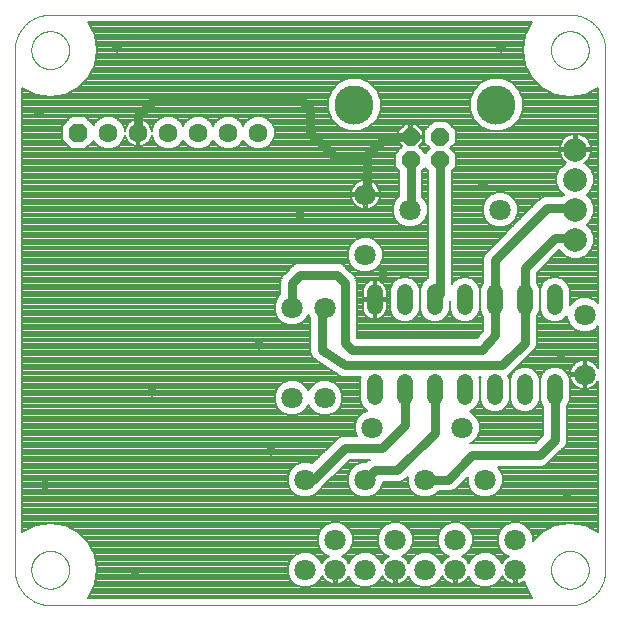
<source format=gbl>
G75*
%MOIN*%
%OFA0B0*%
%FSLAX25Y25*%
%IPPOS*%
%LPD*%
%AMOC8*
5,1,8,0,0,1.08239X$1,22.5*
%
%ADD10C,0.00000*%
%ADD11C,0.07087*%
%ADD12C,0.05200*%
%ADD13OC8,0.05740*%
%ADD14C,0.13055*%
%ADD15C,0.07874*%
%ADD16C,0.06299*%
%ADD17OC8,0.06299*%
%ADD18C,0.00787*%
%ADD19C,0.03150*%
%ADD20C,0.03150*%
D10*
X0004543Y0016354D02*
X0004543Y0189583D01*
X0010055Y0189583D02*
X0010057Y0189741D01*
X0010063Y0189899D01*
X0010073Y0190057D01*
X0010087Y0190215D01*
X0010105Y0190372D01*
X0010126Y0190529D01*
X0010152Y0190685D01*
X0010182Y0190841D01*
X0010215Y0190996D01*
X0010253Y0191149D01*
X0010294Y0191302D01*
X0010339Y0191454D01*
X0010388Y0191605D01*
X0010441Y0191754D01*
X0010497Y0191902D01*
X0010557Y0192048D01*
X0010621Y0192193D01*
X0010689Y0192336D01*
X0010760Y0192478D01*
X0010834Y0192618D01*
X0010912Y0192755D01*
X0010994Y0192891D01*
X0011078Y0193025D01*
X0011167Y0193156D01*
X0011258Y0193285D01*
X0011353Y0193412D01*
X0011450Y0193537D01*
X0011551Y0193659D01*
X0011655Y0193778D01*
X0011762Y0193895D01*
X0011872Y0194009D01*
X0011985Y0194120D01*
X0012100Y0194229D01*
X0012218Y0194334D01*
X0012339Y0194436D01*
X0012462Y0194536D01*
X0012588Y0194632D01*
X0012716Y0194725D01*
X0012846Y0194815D01*
X0012979Y0194901D01*
X0013114Y0194985D01*
X0013250Y0195064D01*
X0013389Y0195141D01*
X0013530Y0195213D01*
X0013672Y0195283D01*
X0013816Y0195348D01*
X0013962Y0195410D01*
X0014109Y0195468D01*
X0014258Y0195523D01*
X0014408Y0195574D01*
X0014559Y0195621D01*
X0014711Y0195664D01*
X0014864Y0195703D01*
X0015019Y0195739D01*
X0015174Y0195770D01*
X0015330Y0195798D01*
X0015486Y0195822D01*
X0015643Y0195842D01*
X0015801Y0195858D01*
X0015958Y0195870D01*
X0016117Y0195878D01*
X0016275Y0195882D01*
X0016433Y0195882D01*
X0016591Y0195878D01*
X0016750Y0195870D01*
X0016907Y0195858D01*
X0017065Y0195842D01*
X0017222Y0195822D01*
X0017378Y0195798D01*
X0017534Y0195770D01*
X0017689Y0195739D01*
X0017844Y0195703D01*
X0017997Y0195664D01*
X0018149Y0195621D01*
X0018300Y0195574D01*
X0018450Y0195523D01*
X0018599Y0195468D01*
X0018746Y0195410D01*
X0018892Y0195348D01*
X0019036Y0195283D01*
X0019178Y0195213D01*
X0019319Y0195141D01*
X0019458Y0195064D01*
X0019594Y0194985D01*
X0019729Y0194901D01*
X0019862Y0194815D01*
X0019992Y0194725D01*
X0020120Y0194632D01*
X0020246Y0194536D01*
X0020369Y0194436D01*
X0020490Y0194334D01*
X0020608Y0194229D01*
X0020723Y0194120D01*
X0020836Y0194009D01*
X0020946Y0193895D01*
X0021053Y0193778D01*
X0021157Y0193659D01*
X0021258Y0193537D01*
X0021355Y0193412D01*
X0021450Y0193285D01*
X0021541Y0193156D01*
X0021630Y0193025D01*
X0021714Y0192891D01*
X0021796Y0192755D01*
X0021874Y0192618D01*
X0021948Y0192478D01*
X0022019Y0192336D01*
X0022087Y0192193D01*
X0022151Y0192048D01*
X0022211Y0191902D01*
X0022267Y0191754D01*
X0022320Y0191605D01*
X0022369Y0191454D01*
X0022414Y0191302D01*
X0022455Y0191149D01*
X0022493Y0190996D01*
X0022526Y0190841D01*
X0022556Y0190685D01*
X0022582Y0190529D01*
X0022603Y0190372D01*
X0022621Y0190215D01*
X0022635Y0190057D01*
X0022645Y0189899D01*
X0022651Y0189741D01*
X0022653Y0189583D01*
X0022651Y0189425D01*
X0022645Y0189267D01*
X0022635Y0189109D01*
X0022621Y0188951D01*
X0022603Y0188794D01*
X0022582Y0188637D01*
X0022556Y0188481D01*
X0022526Y0188325D01*
X0022493Y0188170D01*
X0022455Y0188017D01*
X0022414Y0187864D01*
X0022369Y0187712D01*
X0022320Y0187561D01*
X0022267Y0187412D01*
X0022211Y0187264D01*
X0022151Y0187118D01*
X0022087Y0186973D01*
X0022019Y0186830D01*
X0021948Y0186688D01*
X0021874Y0186548D01*
X0021796Y0186411D01*
X0021714Y0186275D01*
X0021630Y0186141D01*
X0021541Y0186010D01*
X0021450Y0185881D01*
X0021355Y0185754D01*
X0021258Y0185629D01*
X0021157Y0185507D01*
X0021053Y0185388D01*
X0020946Y0185271D01*
X0020836Y0185157D01*
X0020723Y0185046D01*
X0020608Y0184937D01*
X0020490Y0184832D01*
X0020369Y0184730D01*
X0020246Y0184630D01*
X0020120Y0184534D01*
X0019992Y0184441D01*
X0019862Y0184351D01*
X0019729Y0184265D01*
X0019594Y0184181D01*
X0019458Y0184102D01*
X0019319Y0184025D01*
X0019178Y0183953D01*
X0019036Y0183883D01*
X0018892Y0183818D01*
X0018746Y0183756D01*
X0018599Y0183698D01*
X0018450Y0183643D01*
X0018300Y0183592D01*
X0018149Y0183545D01*
X0017997Y0183502D01*
X0017844Y0183463D01*
X0017689Y0183427D01*
X0017534Y0183396D01*
X0017378Y0183368D01*
X0017222Y0183344D01*
X0017065Y0183324D01*
X0016907Y0183308D01*
X0016750Y0183296D01*
X0016591Y0183288D01*
X0016433Y0183284D01*
X0016275Y0183284D01*
X0016117Y0183288D01*
X0015958Y0183296D01*
X0015801Y0183308D01*
X0015643Y0183324D01*
X0015486Y0183344D01*
X0015330Y0183368D01*
X0015174Y0183396D01*
X0015019Y0183427D01*
X0014864Y0183463D01*
X0014711Y0183502D01*
X0014559Y0183545D01*
X0014408Y0183592D01*
X0014258Y0183643D01*
X0014109Y0183698D01*
X0013962Y0183756D01*
X0013816Y0183818D01*
X0013672Y0183883D01*
X0013530Y0183953D01*
X0013389Y0184025D01*
X0013250Y0184102D01*
X0013114Y0184181D01*
X0012979Y0184265D01*
X0012846Y0184351D01*
X0012716Y0184441D01*
X0012588Y0184534D01*
X0012462Y0184630D01*
X0012339Y0184730D01*
X0012218Y0184832D01*
X0012100Y0184937D01*
X0011985Y0185046D01*
X0011872Y0185157D01*
X0011762Y0185271D01*
X0011655Y0185388D01*
X0011551Y0185507D01*
X0011450Y0185629D01*
X0011353Y0185754D01*
X0011258Y0185881D01*
X0011167Y0186010D01*
X0011078Y0186141D01*
X0010994Y0186275D01*
X0010912Y0186411D01*
X0010834Y0186548D01*
X0010760Y0186688D01*
X0010689Y0186830D01*
X0010621Y0186973D01*
X0010557Y0187118D01*
X0010497Y0187264D01*
X0010441Y0187412D01*
X0010388Y0187561D01*
X0010339Y0187712D01*
X0010294Y0187864D01*
X0010253Y0188017D01*
X0010215Y0188170D01*
X0010182Y0188325D01*
X0010152Y0188481D01*
X0010126Y0188637D01*
X0010105Y0188794D01*
X0010087Y0188951D01*
X0010073Y0189109D01*
X0010063Y0189267D01*
X0010057Y0189425D01*
X0010055Y0189583D01*
X0004543Y0189583D02*
X0004546Y0189868D01*
X0004557Y0190154D01*
X0004574Y0190439D01*
X0004598Y0190723D01*
X0004629Y0191007D01*
X0004667Y0191290D01*
X0004712Y0191571D01*
X0004763Y0191852D01*
X0004821Y0192132D01*
X0004886Y0192410D01*
X0004958Y0192686D01*
X0005036Y0192960D01*
X0005121Y0193233D01*
X0005213Y0193503D01*
X0005311Y0193771D01*
X0005415Y0194037D01*
X0005526Y0194300D01*
X0005643Y0194560D01*
X0005766Y0194818D01*
X0005896Y0195072D01*
X0006032Y0195323D01*
X0006173Y0195571D01*
X0006321Y0195815D01*
X0006474Y0196056D01*
X0006634Y0196292D01*
X0006799Y0196525D01*
X0006969Y0196754D01*
X0007145Y0196979D01*
X0007327Y0197199D01*
X0007513Y0197415D01*
X0007705Y0197626D01*
X0007902Y0197833D01*
X0008104Y0198035D01*
X0008311Y0198232D01*
X0008522Y0198424D01*
X0008738Y0198610D01*
X0008958Y0198792D01*
X0009183Y0198968D01*
X0009412Y0199138D01*
X0009645Y0199303D01*
X0009881Y0199463D01*
X0010122Y0199616D01*
X0010366Y0199764D01*
X0010614Y0199905D01*
X0010865Y0200041D01*
X0011119Y0200171D01*
X0011377Y0200294D01*
X0011637Y0200411D01*
X0011900Y0200522D01*
X0012166Y0200626D01*
X0012434Y0200724D01*
X0012704Y0200816D01*
X0012977Y0200901D01*
X0013251Y0200979D01*
X0013527Y0201051D01*
X0013805Y0201116D01*
X0014085Y0201174D01*
X0014366Y0201225D01*
X0014647Y0201270D01*
X0014930Y0201308D01*
X0015214Y0201339D01*
X0015498Y0201363D01*
X0015783Y0201380D01*
X0016069Y0201391D01*
X0016354Y0201394D01*
X0189583Y0201394D01*
X0183284Y0189583D02*
X0183286Y0189741D01*
X0183292Y0189899D01*
X0183302Y0190057D01*
X0183316Y0190215D01*
X0183334Y0190372D01*
X0183355Y0190529D01*
X0183381Y0190685D01*
X0183411Y0190841D01*
X0183444Y0190996D01*
X0183482Y0191149D01*
X0183523Y0191302D01*
X0183568Y0191454D01*
X0183617Y0191605D01*
X0183670Y0191754D01*
X0183726Y0191902D01*
X0183786Y0192048D01*
X0183850Y0192193D01*
X0183918Y0192336D01*
X0183989Y0192478D01*
X0184063Y0192618D01*
X0184141Y0192755D01*
X0184223Y0192891D01*
X0184307Y0193025D01*
X0184396Y0193156D01*
X0184487Y0193285D01*
X0184582Y0193412D01*
X0184679Y0193537D01*
X0184780Y0193659D01*
X0184884Y0193778D01*
X0184991Y0193895D01*
X0185101Y0194009D01*
X0185214Y0194120D01*
X0185329Y0194229D01*
X0185447Y0194334D01*
X0185568Y0194436D01*
X0185691Y0194536D01*
X0185817Y0194632D01*
X0185945Y0194725D01*
X0186075Y0194815D01*
X0186208Y0194901D01*
X0186343Y0194985D01*
X0186479Y0195064D01*
X0186618Y0195141D01*
X0186759Y0195213D01*
X0186901Y0195283D01*
X0187045Y0195348D01*
X0187191Y0195410D01*
X0187338Y0195468D01*
X0187487Y0195523D01*
X0187637Y0195574D01*
X0187788Y0195621D01*
X0187940Y0195664D01*
X0188093Y0195703D01*
X0188248Y0195739D01*
X0188403Y0195770D01*
X0188559Y0195798D01*
X0188715Y0195822D01*
X0188872Y0195842D01*
X0189030Y0195858D01*
X0189187Y0195870D01*
X0189346Y0195878D01*
X0189504Y0195882D01*
X0189662Y0195882D01*
X0189820Y0195878D01*
X0189979Y0195870D01*
X0190136Y0195858D01*
X0190294Y0195842D01*
X0190451Y0195822D01*
X0190607Y0195798D01*
X0190763Y0195770D01*
X0190918Y0195739D01*
X0191073Y0195703D01*
X0191226Y0195664D01*
X0191378Y0195621D01*
X0191529Y0195574D01*
X0191679Y0195523D01*
X0191828Y0195468D01*
X0191975Y0195410D01*
X0192121Y0195348D01*
X0192265Y0195283D01*
X0192407Y0195213D01*
X0192548Y0195141D01*
X0192687Y0195064D01*
X0192823Y0194985D01*
X0192958Y0194901D01*
X0193091Y0194815D01*
X0193221Y0194725D01*
X0193349Y0194632D01*
X0193475Y0194536D01*
X0193598Y0194436D01*
X0193719Y0194334D01*
X0193837Y0194229D01*
X0193952Y0194120D01*
X0194065Y0194009D01*
X0194175Y0193895D01*
X0194282Y0193778D01*
X0194386Y0193659D01*
X0194487Y0193537D01*
X0194584Y0193412D01*
X0194679Y0193285D01*
X0194770Y0193156D01*
X0194859Y0193025D01*
X0194943Y0192891D01*
X0195025Y0192755D01*
X0195103Y0192618D01*
X0195177Y0192478D01*
X0195248Y0192336D01*
X0195316Y0192193D01*
X0195380Y0192048D01*
X0195440Y0191902D01*
X0195496Y0191754D01*
X0195549Y0191605D01*
X0195598Y0191454D01*
X0195643Y0191302D01*
X0195684Y0191149D01*
X0195722Y0190996D01*
X0195755Y0190841D01*
X0195785Y0190685D01*
X0195811Y0190529D01*
X0195832Y0190372D01*
X0195850Y0190215D01*
X0195864Y0190057D01*
X0195874Y0189899D01*
X0195880Y0189741D01*
X0195882Y0189583D01*
X0195880Y0189425D01*
X0195874Y0189267D01*
X0195864Y0189109D01*
X0195850Y0188951D01*
X0195832Y0188794D01*
X0195811Y0188637D01*
X0195785Y0188481D01*
X0195755Y0188325D01*
X0195722Y0188170D01*
X0195684Y0188017D01*
X0195643Y0187864D01*
X0195598Y0187712D01*
X0195549Y0187561D01*
X0195496Y0187412D01*
X0195440Y0187264D01*
X0195380Y0187118D01*
X0195316Y0186973D01*
X0195248Y0186830D01*
X0195177Y0186688D01*
X0195103Y0186548D01*
X0195025Y0186411D01*
X0194943Y0186275D01*
X0194859Y0186141D01*
X0194770Y0186010D01*
X0194679Y0185881D01*
X0194584Y0185754D01*
X0194487Y0185629D01*
X0194386Y0185507D01*
X0194282Y0185388D01*
X0194175Y0185271D01*
X0194065Y0185157D01*
X0193952Y0185046D01*
X0193837Y0184937D01*
X0193719Y0184832D01*
X0193598Y0184730D01*
X0193475Y0184630D01*
X0193349Y0184534D01*
X0193221Y0184441D01*
X0193091Y0184351D01*
X0192958Y0184265D01*
X0192823Y0184181D01*
X0192687Y0184102D01*
X0192548Y0184025D01*
X0192407Y0183953D01*
X0192265Y0183883D01*
X0192121Y0183818D01*
X0191975Y0183756D01*
X0191828Y0183698D01*
X0191679Y0183643D01*
X0191529Y0183592D01*
X0191378Y0183545D01*
X0191226Y0183502D01*
X0191073Y0183463D01*
X0190918Y0183427D01*
X0190763Y0183396D01*
X0190607Y0183368D01*
X0190451Y0183344D01*
X0190294Y0183324D01*
X0190136Y0183308D01*
X0189979Y0183296D01*
X0189820Y0183288D01*
X0189662Y0183284D01*
X0189504Y0183284D01*
X0189346Y0183288D01*
X0189187Y0183296D01*
X0189030Y0183308D01*
X0188872Y0183324D01*
X0188715Y0183344D01*
X0188559Y0183368D01*
X0188403Y0183396D01*
X0188248Y0183427D01*
X0188093Y0183463D01*
X0187940Y0183502D01*
X0187788Y0183545D01*
X0187637Y0183592D01*
X0187487Y0183643D01*
X0187338Y0183698D01*
X0187191Y0183756D01*
X0187045Y0183818D01*
X0186901Y0183883D01*
X0186759Y0183953D01*
X0186618Y0184025D01*
X0186479Y0184102D01*
X0186343Y0184181D01*
X0186208Y0184265D01*
X0186075Y0184351D01*
X0185945Y0184441D01*
X0185817Y0184534D01*
X0185691Y0184630D01*
X0185568Y0184730D01*
X0185447Y0184832D01*
X0185329Y0184937D01*
X0185214Y0185046D01*
X0185101Y0185157D01*
X0184991Y0185271D01*
X0184884Y0185388D01*
X0184780Y0185507D01*
X0184679Y0185629D01*
X0184582Y0185754D01*
X0184487Y0185881D01*
X0184396Y0186010D01*
X0184307Y0186141D01*
X0184223Y0186275D01*
X0184141Y0186411D01*
X0184063Y0186548D01*
X0183989Y0186688D01*
X0183918Y0186830D01*
X0183850Y0186973D01*
X0183786Y0187118D01*
X0183726Y0187264D01*
X0183670Y0187412D01*
X0183617Y0187561D01*
X0183568Y0187712D01*
X0183523Y0187864D01*
X0183482Y0188017D01*
X0183444Y0188170D01*
X0183411Y0188325D01*
X0183381Y0188481D01*
X0183355Y0188637D01*
X0183334Y0188794D01*
X0183316Y0188951D01*
X0183302Y0189109D01*
X0183292Y0189267D01*
X0183286Y0189425D01*
X0183284Y0189583D01*
X0189583Y0201394D02*
X0189868Y0201391D01*
X0190154Y0201380D01*
X0190439Y0201363D01*
X0190723Y0201339D01*
X0191007Y0201308D01*
X0191290Y0201270D01*
X0191571Y0201225D01*
X0191852Y0201174D01*
X0192132Y0201116D01*
X0192410Y0201051D01*
X0192686Y0200979D01*
X0192960Y0200901D01*
X0193233Y0200816D01*
X0193503Y0200724D01*
X0193771Y0200626D01*
X0194037Y0200522D01*
X0194300Y0200411D01*
X0194560Y0200294D01*
X0194818Y0200171D01*
X0195072Y0200041D01*
X0195323Y0199905D01*
X0195571Y0199764D01*
X0195815Y0199616D01*
X0196056Y0199463D01*
X0196292Y0199303D01*
X0196525Y0199138D01*
X0196754Y0198968D01*
X0196979Y0198792D01*
X0197199Y0198610D01*
X0197415Y0198424D01*
X0197626Y0198232D01*
X0197833Y0198035D01*
X0198035Y0197833D01*
X0198232Y0197626D01*
X0198424Y0197415D01*
X0198610Y0197199D01*
X0198792Y0196979D01*
X0198968Y0196754D01*
X0199138Y0196525D01*
X0199303Y0196292D01*
X0199463Y0196056D01*
X0199616Y0195815D01*
X0199764Y0195571D01*
X0199905Y0195323D01*
X0200041Y0195072D01*
X0200171Y0194818D01*
X0200294Y0194560D01*
X0200411Y0194300D01*
X0200522Y0194037D01*
X0200626Y0193771D01*
X0200724Y0193503D01*
X0200816Y0193233D01*
X0200901Y0192960D01*
X0200979Y0192686D01*
X0201051Y0192410D01*
X0201116Y0192132D01*
X0201174Y0191852D01*
X0201225Y0191571D01*
X0201270Y0191290D01*
X0201308Y0191007D01*
X0201339Y0190723D01*
X0201363Y0190439D01*
X0201380Y0190154D01*
X0201391Y0189868D01*
X0201394Y0189583D01*
X0201394Y0016354D01*
X0183284Y0016354D02*
X0183286Y0016512D01*
X0183292Y0016670D01*
X0183302Y0016828D01*
X0183316Y0016986D01*
X0183334Y0017143D01*
X0183355Y0017300D01*
X0183381Y0017456D01*
X0183411Y0017612D01*
X0183444Y0017767D01*
X0183482Y0017920D01*
X0183523Y0018073D01*
X0183568Y0018225D01*
X0183617Y0018376D01*
X0183670Y0018525D01*
X0183726Y0018673D01*
X0183786Y0018819D01*
X0183850Y0018964D01*
X0183918Y0019107D01*
X0183989Y0019249D01*
X0184063Y0019389D01*
X0184141Y0019526D01*
X0184223Y0019662D01*
X0184307Y0019796D01*
X0184396Y0019927D01*
X0184487Y0020056D01*
X0184582Y0020183D01*
X0184679Y0020308D01*
X0184780Y0020430D01*
X0184884Y0020549D01*
X0184991Y0020666D01*
X0185101Y0020780D01*
X0185214Y0020891D01*
X0185329Y0021000D01*
X0185447Y0021105D01*
X0185568Y0021207D01*
X0185691Y0021307D01*
X0185817Y0021403D01*
X0185945Y0021496D01*
X0186075Y0021586D01*
X0186208Y0021672D01*
X0186343Y0021756D01*
X0186479Y0021835D01*
X0186618Y0021912D01*
X0186759Y0021984D01*
X0186901Y0022054D01*
X0187045Y0022119D01*
X0187191Y0022181D01*
X0187338Y0022239D01*
X0187487Y0022294D01*
X0187637Y0022345D01*
X0187788Y0022392D01*
X0187940Y0022435D01*
X0188093Y0022474D01*
X0188248Y0022510D01*
X0188403Y0022541D01*
X0188559Y0022569D01*
X0188715Y0022593D01*
X0188872Y0022613D01*
X0189030Y0022629D01*
X0189187Y0022641D01*
X0189346Y0022649D01*
X0189504Y0022653D01*
X0189662Y0022653D01*
X0189820Y0022649D01*
X0189979Y0022641D01*
X0190136Y0022629D01*
X0190294Y0022613D01*
X0190451Y0022593D01*
X0190607Y0022569D01*
X0190763Y0022541D01*
X0190918Y0022510D01*
X0191073Y0022474D01*
X0191226Y0022435D01*
X0191378Y0022392D01*
X0191529Y0022345D01*
X0191679Y0022294D01*
X0191828Y0022239D01*
X0191975Y0022181D01*
X0192121Y0022119D01*
X0192265Y0022054D01*
X0192407Y0021984D01*
X0192548Y0021912D01*
X0192687Y0021835D01*
X0192823Y0021756D01*
X0192958Y0021672D01*
X0193091Y0021586D01*
X0193221Y0021496D01*
X0193349Y0021403D01*
X0193475Y0021307D01*
X0193598Y0021207D01*
X0193719Y0021105D01*
X0193837Y0021000D01*
X0193952Y0020891D01*
X0194065Y0020780D01*
X0194175Y0020666D01*
X0194282Y0020549D01*
X0194386Y0020430D01*
X0194487Y0020308D01*
X0194584Y0020183D01*
X0194679Y0020056D01*
X0194770Y0019927D01*
X0194859Y0019796D01*
X0194943Y0019662D01*
X0195025Y0019526D01*
X0195103Y0019389D01*
X0195177Y0019249D01*
X0195248Y0019107D01*
X0195316Y0018964D01*
X0195380Y0018819D01*
X0195440Y0018673D01*
X0195496Y0018525D01*
X0195549Y0018376D01*
X0195598Y0018225D01*
X0195643Y0018073D01*
X0195684Y0017920D01*
X0195722Y0017767D01*
X0195755Y0017612D01*
X0195785Y0017456D01*
X0195811Y0017300D01*
X0195832Y0017143D01*
X0195850Y0016986D01*
X0195864Y0016828D01*
X0195874Y0016670D01*
X0195880Y0016512D01*
X0195882Y0016354D01*
X0195880Y0016196D01*
X0195874Y0016038D01*
X0195864Y0015880D01*
X0195850Y0015722D01*
X0195832Y0015565D01*
X0195811Y0015408D01*
X0195785Y0015252D01*
X0195755Y0015096D01*
X0195722Y0014941D01*
X0195684Y0014788D01*
X0195643Y0014635D01*
X0195598Y0014483D01*
X0195549Y0014332D01*
X0195496Y0014183D01*
X0195440Y0014035D01*
X0195380Y0013889D01*
X0195316Y0013744D01*
X0195248Y0013601D01*
X0195177Y0013459D01*
X0195103Y0013319D01*
X0195025Y0013182D01*
X0194943Y0013046D01*
X0194859Y0012912D01*
X0194770Y0012781D01*
X0194679Y0012652D01*
X0194584Y0012525D01*
X0194487Y0012400D01*
X0194386Y0012278D01*
X0194282Y0012159D01*
X0194175Y0012042D01*
X0194065Y0011928D01*
X0193952Y0011817D01*
X0193837Y0011708D01*
X0193719Y0011603D01*
X0193598Y0011501D01*
X0193475Y0011401D01*
X0193349Y0011305D01*
X0193221Y0011212D01*
X0193091Y0011122D01*
X0192958Y0011036D01*
X0192823Y0010952D01*
X0192687Y0010873D01*
X0192548Y0010796D01*
X0192407Y0010724D01*
X0192265Y0010654D01*
X0192121Y0010589D01*
X0191975Y0010527D01*
X0191828Y0010469D01*
X0191679Y0010414D01*
X0191529Y0010363D01*
X0191378Y0010316D01*
X0191226Y0010273D01*
X0191073Y0010234D01*
X0190918Y0010198D01*
X0190763Y0010167D01*
X0190607Y0010139D01*
X0190451Y0010115D01*
X0190294Y0010095D01*
X0190136Y0010079D01*
X0189979Y0010067D01*
X0189820Y0010059D01*
X0189662Y0010055D01*
X0189504Y0010055D01*
X0189346Y0010059D01*
X0189187Y0010067D01*
X0189030Y0010079D01*
X0188872Y0010095D01*
X0188715Y0010115D01*
X0188559Y0010139D01*
X0188403Y0010167D01*
X0188248Y0010198D01*
X0188093Y0010234D01*
X0187940Y0010273D01*
X0187788Y0010316D01*
X0187637Y0010363D01*
X0187487Y0010414D01*
X0187338Y0010469D01*
X0187191Y0010527D01*
X0187045Y0010589D01*
X0186901Y0010654D01*
X0186759Y0010724D01*
X0186618Y0010796D01*
X0186479Y0010873D01*
X0186343Y0010952D01*
X0186208Y0011036D01*
X0186075Y0011122D01*
X0185945Y0011212D01*
X0185817Y0011305D01*
X0185691Y0011401D01*
X0185568Y0011501D01*
X0185447Y0011603D01*
X0185329Y0011708D01*
X0185214Y0011817D01*
X0185101Y0011928D01*
X0184991Y0012042D01*
X0184884Y0012159D01*
X0184780Y0012278D01*
X0184679Y0012400D01*
X0184582Y0012525D01*
X0184487Y0012652D01*
X0184396Y0012781D01*
X0184307Y0012912D01*
X0184223Y0013046D01*
X0184141Y0013182D01*
X0184063Y0013319D01*
X0183989Y0013459D01*
X0183918Y0013601D01*
X0183850Y0013744D01*
X0183786Y0013889D01*
X0183726Y0014035D01*
X0183670Y0014183D01*
X0183617Y0014332D01*
X0183568Y0014483D01*
X0183523Y0014635D01*
X0183482Y0014788D01*
X0183444Y0014941D01*
X0183411Y0015096D01*
X0183381Y0015252D01*
X0183355Y0015408D01*
X0183334Y0015565D01*
X0183316Y0015722D01*
X0183302Y0015880D01*
X0183292Y0016038D01*
X0183286Y0016196D01*
X0183284Y0016354D01*
X0189583Y0004543D02*
X0189868Y0004546D01*
X0190154Y0004557D01*
X0190439Y0004574D01*
X0190723Y0004598D01*
X0191007Y0004629D01*
X0191290Y0004667D01*
X0191571Y0004712D01*
X0191852Y0004763D01*
X0192132Y0004821D01*
X0192410Y0004886D01*
X0192686Y0004958D01*
X0192960Y0005036D01*
X0193233Y0005121D01*
X0193503Y0005213D01*
X0193771Y0005311D01*
X0194037Y0005415D01*
X0194300Y0005526D01*
X0194560Y0005643D01*
X0194818Y0005766D01*
X0195072Y0005896D01*
X0195323Y0006032D01*
X0195571Y0006173D01*
X0195815Y0006321D01*
X0196056Y0006474D01*
X0196292Y0006634D01*
X0196525Y0006799D01*
X0196754Y0006969D01*
X0196979Y0007145D01*
X0197199Y0007327D01*
X0197415Y0007513D01*
X0197626Y0007705D01*
X0197833Y0007902D01*
X0198035Y0008104D01*
X0198232Y0008311D01*
X0198424Y0008522D01*
X0198610Y0008738D01*
X0198792Y0008958D01*
X0198968Y0009183D01*
X0199138Y0009412D01*
X0199303Y0009645D01*
X0199463Y0009881D01*
X0199616Y0010122D01*
X0199764Y0010366D01*
X0199905Y0010614D01*
X0200041Y0010865D01*
X0200171Y0011119D01*
X0200294Y0011377D01*
X0200411Y0011637D01*
X0200522Y0011900D01*
X0200626Y0012166D01*
X0200724Y0012434D01*
X0200816Y0012704D01*
X0200901Y0012977D01*
X0200979Y0013251D01*
X0201051Y0013527D01*
X0201116Y0013805D01*
X0201174Y0014085D01*
X0201225Y0014366D01*
X0201270Y0014647D01*
X0201308Y0014930D01*
X0201339Y0015214D01*
X0201363Y0015498D01*
X0201380Y0015783D01*
X0201391Y0016069D01*
X0201394Y0016354D01*
X0189583Y0004543D02*
X0016354Y0004543D01*
X0010055Y0016354D02*
X0010057Y0016512D01*
X0010063Y0016670D01*
X0010073Y0016828D01*
X0010087Y0016986D01*
X0010105Y0017143D01*
X0010126Y0017300D01*
X0010152Y0017456D01*
X0010182Y0017612D01*
X0010215Y0017767D01*
X0010253Y0017920D01*
X0010294Y0018073D01*
X0010339Y0018225D01*
X0010388Y0018376D01*
X0010441Y0018525D01*
X0010497Y0018673D01*
X0010557Y0018819D01*
X0010621Y0018964D01*
X0010689Y0019107D01*
X0010760Y0019249D01*
X0010834Y0019389D01*
X0010912Y0019526D01*
X0010994Y0019662D01*
X0011078Y0019796D01*
X0011167Y0019927D01*
X0011258Y0020056D01*
X0011353Y0020183D01*
X0011450Y0020308D01*
X0011551Y0020430D01*
X0011655Y0020549D01*
X0011762Y0020666D01*
X0011872Y0020780D01*
X0011985Y0020891D01*
X0012100Y0021000D01*
X0012218Y0021105D01*
X0012339Y0021207D01*
X0012462Y0021307D01*
X0012588Y0021403D01*
X0012716Y0021496D01*
X0012846Y0021586D01*
X0012979Y0021672D01*
X0013114Y0021756D01*
X0013250Y0021835D01*
X0013389Y0021912D01*
X0013530Y0021984D01*
X0013672Y0022054D01*
X0013816Y0022119D01*
X0013962Y0022181D01*
X0014109Y0022239D01*
X0014258Y0022294D01*
X0014408Y0022345D01*
X0014559Y0022392D01*
X0014711Y0022435D01*
X0014864Y0022474D01*
X0015019Y0022510D01*
X0015174Y0022541D01*
X0015330Y0022569D01*
X0015486Y0022593D01*
X0015643Y0022613D01*
X0015801Y0022629D01*
X0015958Y0022641D01*
X0016117Y0022649D01*
X0016275Y0022653D01*
X0016433Y0022653D01*
X0016591Y0022649D01*
X0016750Y0022641D01*
X0016907Y0022629D01*
X0017065Y0022613D01*
X0017222Y0022593D01*
X0017378Y0022569D01*
X0017534Y0022541D01*
X0017689Y0022510D01*
X0017844Y0022474D01*
X0017997Y0022435D01*
X0018149Y0022392D01*
X0018300Y0022345D01*
X0018450Y0022294D01*
X0018599Y0022239D01*
X0018746Y0022181D01*
X0018892Y0022119D01*
X0019036Y0022054D01*
X0019178Y0021984D01*
X0019319Y0021912D01*
X0019458Y0021835D01*
X0019594Y0021756D01*
X0019729Y0021672D01*
X0019862Y0021586D01*
X0019992Y0021496D01*
X0020120Y0021403D01*
X0020246Y0021307D01*
X0020369Y0021207D01*
X0020490Y0021105D01*
X0020608Y0021000D01*
X0020723Y0020891D01*
X0020836Y0020780D01*
X0020946Y0020666D01*
X0021053Y0020549D01*
X0021157Y0020430D01*
X0021258Y0020308D01*
X0021355Y0020183D01*
X0021450Y0020056D01*
X0021541Y0019927D01*
X0021630Y0019796D01*
X0021714Y0019662D01*
X0021796Y0019526D01*
X0021874Y0019389D01*
X0021948Y0019249D01*
X0022019Y0019107D01*
X0022087Y0018964D01*
X0022151Y0018819D01*
X0022211Y0018673D01*
X0022267Y0018525D01*
X0022320Y0018376D01*
X0022369Y0018225D01*
X0022414Y0018073D01*
X0022455Y0017920D01*
X0022493Y0017767D01*
X0022526Y0017612D01*
X0022556Y0017456D01*
X0022582Y0017300D01*
X0022603Y0017143D01*
X0022621Y0016986D01*
X0022635Y0016828D01*
X0022645Y0016670D01*
X0022651Y0016512D01*
X0022653Y0016354D01*
X0022651Y0016196D01*
X0022645Y0016038D01*
X0022635Y0015880D01*
X0022621Y0015722D01*
X0022603Y0015565D01*
X0022582Y0015408D01*
X0022556Y0015252D01*
X0022526Y0015096D01*
X0022493Y0014941D01*
X0022455Y0014788D01*
X0022414Y0014635D01*
X0022369Y0014483D01*
X0022320Y0014332D01*
X0022267Y0014183D01*
X0022211Y0014035D01*
X0022151Y0013889D01*
X0022087Y0013744D01*
X0022019Y0013601D01*
X0021948Y0013459D01*
X0021874Y0013319D01*
X0021796Y0013182D01*
X0021714Y0013046D01*
X0021630Y0012912D01*
X0021541Y0012781D01*
X0021450Y0012652D01*
X0021355Y0012525D01*
X0021258Y0012400D01*
X0021157Y0012278D01*
X0021053Y0012159D01*
X0020946Y0012042D01*
X0020836Y0011928D01*
X0020723Y0011817D01*
X0020608Y0011708D01*
X0020490Y0011603D01*
X0020369Y0011501D01*
X0020246Y0011401D01*
X0020120Y0011305D01*
X0019992Y0011212D01*
X0019862Y0011122D01*
X0019729Y0011036D01*
X0019594Y0010952D01*
X0019458Y0010873D01*
X0019319Y0010796D01*
X0019178Y0010724D01*
X0019036Y0010654D01*
X0018892Y0010589D01*
X0018746Y0010527D01*
X0018599Y0010469D01*
X0018450Y0010414D01*
X0018300Y0010363D01*
X0018149Y0010316D01*
X0017997Y0010273D01*
X0017844Y0010234D01*
X0017689Y0010198D01*
X0017534Y0010167D01*
X0017378Y0010139D01*
X0017222Y0010115D01*
X0017065Y0010095D01*
X0016907Y0010079D01*
X0016750Y0010067D01*
X0016591Y0010059D01*
X0016433Y0010055D01*
X0016275Y0010055D01*
X0016117Y0010059D01*
X0015958Y0010067D01*
X0015801Y0010079D01*
X0015643Y0010095D01*
X0015486Y0010115D01*
X0015330Y0010139D01*
X0015174Y0010167D01*
X0015019Y0010198D01*
X0014864Y0010234D01*
X0014711Y0010273D01*
X0014559Y0010316D01*
X0014408Y0010363D01*
X0014258Y0010414D01*
X0014109Y0010469D01*
X0013962Y0010527D01*
X0013816Y0010589D01*
X0013672Y0010654D01*
X0013530Y0010724D01*
X0013389Y0010796D01*
X0013250Y0010873D01*
X0013114Y0010952D01*
X0012979Y0011036D01*
X0012846Y0011122D01*
X0012716Y0011212D01*
X0012588Y0011305D01*
X0012462Y0011401D01*
X0012339Y0011501D01*
X0012218Y0011603D01*
X0012100Y0011708D01*
X0011985Y0011817D01*
X0011872Y0011928D01*
X0011762Y0012042D01*
X0011655Y0012159D01*
X0011551Y0012278D01*
X0011450Y0012400D01*
X0011353Y0012525D01*
X0011258Y0012652D01*
X0011167Y0012781D01*
X0011078Y0012912D01*
X0010994Y0013046D01*
X0010912Y0013182D01*
X0010834Y0013319D01*
X0010760Y0013459D01*
X0010689Y0013601D01*
X0010621Y0013744D01*
X0010557Y0013889D01*
X0010497Y0014035D01*
X0010441Y0014183D01*
X0010388Y0014332D01*
X0010339Y0014483D01*
X0010294Y0014635D01*
X0010253Y0014788D01*
X0010215Y0014941D01*
X0010182Y0015096D01*
X0010152Y0015252D01*
X0010126Y0015408D01*
X0010105Y0015565D01*
X0010087Y0015722D01*
X0010073Y0015880D01*
X0010063Y0016038D01*
X0010057Y0016196D01*
X0010055Y0016354D01*
X0004543Y0016354D02*
X0004546Y0016069D01*
X0004557Y0015783D01*
X0004574Y0015498D01*
X0004598Y0015214D01*
X0004629Y0014930D01*
X0004667Y0014647D01*
X0004712Y0014366D01*
X0004763Y0014085D01*
X0004821Y0013805D01*
X0004886Y0013527D01*
X0004958Y0013251D01*
X0005036Y0012977D01*
X0005121Y0012704D01*
X0005213Y0012434D01*
X0005311Y0012166D01*
X0005415Y0011900D01*
X0005526Y0011637D01*
X0005643Y0011377D01*
X0005766Y0011119D01*
X0005896Y0010865D01*
X0006032Y0010614D01*
X0006173Y0010366D01*
X0006321Y0010122D01*
X0006474Y0009881D01*
X0006634Y0009645D01*
X0006799Y0009412D01*
X0006969Y0009183D01*
X0007145Y0008958D01*
X0007327Y0008738D01*
X0007513Y0008522D01*
X0007705Y0008311D01*
X0007902Y0008104D01*
X0008104Y0007902D01*
X0008311Y0007705D01*
X0008522Y0007513D01*
X0008738Y0007327D01*
X0008958Y0007145D01*
X0009183Y0006969D01*
X0009412Y0006799D01*
X0009645Y0006634D01*
X0009881Y0006474D01*
X0010122Y0006321D01*
X0010366Y0006173D01*
X0010614Y0006032D01*
X0010865Y0005896D01*
X0011119Y0005766D01*
X0011377Y0005643D01*
X0011637Y0005526D01*
X0011900Y0005415D01*
X0012166Y0005311D01*
X0012434Y0005213D01*
X0012704Y0005121D01*
X0012977Y0005036D01*
X0013251Y0004958D01*
X0013527Y0004886D01*
X0013805Y0004821D01*
X0014085Y0004763D01*
X0014366Y0004712D01*
X0014647Y0004667D01*
X0014930Y0004629D01*
X0015214Y0004598D01*
X0015498Y0004574D01*
X0015783Y0004557D01*
X0016069Y0004546D01*
X0016354Y0004543D01*
D11*
X0097043Y0073756D03*
X0107831Y0073756D03*
X0123756Y0063756D03*
X0121394Y0046394D03*
X0131394Y0026394D03*
X0131394Y0016394D03*
X0141394Y0016394D03*
X0151394Y0016394D03*
X0151394Y0026394D03*
X0161394Y0016394D03*
X0171394Y0016394D03*
X0171394Y0026394D03*
X0161394Y0046394D03*
X0153756Y0063756D03*
X0141394Y0046394D03*
X0121394Y0016394D03*
X0111394Y0016394D03*
X0111394Y0026394D03*
X0101394Y0016394D03*
X0101394Y0046394D03*
X0097043Y0103756D03*
X0107831Y0103756D03*
X0121394Y0121394D03*
X0136394Y0136394D03*
X0121394Y0141394D03*
X0166394Y0136394D03*
X0194543Y0101394D03*
X0194543Y0081394D03*
D12*
X0184543Y0078994D02*
X0184543Y0073794D01*
X0174543Y0073794D02*
X0174543Y0078994D01*
X0164543Y0078994D02*
X0164543Y0073794D01*
X0154543Y0073794D02*
X0154543Y0078994D01*
X0144543Y0078994D02*
X0144543Y0073794D01*
X0134543Y0073794D02*
X0134543Y0078994D01*
X0124543Y0078994D02*
X0124543Y0073794D01*
X0124543Y0103794D02*
X0124543Y0108994D01*
X0134543Y0108994D02*
X0134543Y0103794D01*
X0144543Y0103794D02*
X0144543Y0108994D01*
X0154543Y0108994D02*
X0154543Y0103794D01*
X0164543Y0103794D02*
X0164543Y0108994D01*
X0174543Y0108994D02*
X0174543Y0103794D01*
X0184543Y0103794D02*
X0184543Y0108994D01*
D13*
X0146315Y0152850D03*
X0146315Y0160724D03*
X0136472Y0160724D03*
X0136472Y0152850D03*
D14*
X0117693Y0171394D03*
X0165094Y0171394D03*
D15*
X0191394Y0156394D03*
X0191394Y0146394D03*
X0191394Y0136394D03*
X0191394Y0126394D03*
D16*
X0085724Y0162024D03*
X0075724Y0162024D03*
X0065724Y0162024D03*
X0055724Y0162024D03*
X0045724Y0162024D03*
X0035724Y0162024D03*
D17*
X0025724Y0162024D03*
D18*
X0021561Y0165655D02*
X0006905Y0165655D01*
X0006905Y0164870D02*
X0020775Y0164870D01*
X0020213Y0164307D02*
X0020213Y0159741D01*
X0023441Y0156512D01*
X0028007Y0156512D01*
X0030860Y0159364D01*
X0031052Y0158901D01*
X0032602Y0157351D01*
X0034628Y0156512D01*
X0036821Y0156512D01*
X0038847Y0157351D01*
X0040397Y0158901D01*
X0041236Y0160927D01*
X0041236Y0161318D01*
X0041293Y0160960D01*
X0041514Y0160280D01*
X0041839Y0159642D01*
X0042259Y0159064D01*
X0042765Y0158558D01*
X0043343Y0158138D01*
X0043980Y0157813D01*
X0044661Y0157592D01*
X0045331Y0157486D01*
X0045331Y0161630D01*
X0046118Y0161630D01*
X0046118Y0157486D01*
X0046788Y0157592D01*
X0047468Y0157813D01*
X0048106Y0158138D01*
X0048684Y0158558D01*
X0049190Y0159064D01*
X0049610Y0159642D01*
X0049935Y0160280D01*
X0050156Y0160960D01*
X0050213Y0161318D01*
X0050213Y0160927D01*
X0051052Y0158901D01*
X0052602Y0157351D01*
X0054628Y0156512D01*
X0056821Y0156512D01*
X0058847Y0157351D01*
X0060397Y0158901D01*
X0060724Y0159692D01*
X0061052Y0158901D01*
X0062602Y0157351D01*
X0064628Y0156512D01*
X0066821Y0156512D01*
X0068847Y0157351D01*
X0070397Y0158901D01*
X0070724Y0159692D01*
X0071052Y0158901D01*
X0072602Y0157351D01*
X0074628Y0156512D01*
X0076821Y0156512D01*
X0078847Y0157351D01*
X0080397Y0158901D01*
X0080724Y0159692D01*
X0081052Y0158901D01*
X0082602Y0157351D01*
X0084628Y0156512D01*
X0086821Y0156512D01*
X0088847Y0157351D01*
X0090397Y0158901D01*
X0091236Y0160927D01*
X0091236Y0163120D01*
X0090397Y0165146D01*
X0088847Y0166696D01*
X0086821Y0167535D01*
X0084628Y0167535D01*
X0082602Y0166696D01*
X0081052Y0165146D01*
X0080724Y0164356D01*
X0080397Y0165146D01*
X0078847Y0166696D01*
X0076821Y0167535D01*
X0074628Y0167535D01*
X0072602Y0166696D01*
X0071052Y0165146D01*
X0070724Y0164356D01*
X0070397Y0165146D01*
X0068847Y0166696D01*
X0066821Y0167535D01*
X0064628Y0167535D01*
X0062602Y0166696D01*
X0061052Y0165146D01*
X0060724Y0164356D01*
X0060397Y0165146D01*
X0058847Y0166696D01*
X0056821Y0167535D01*
X0054628Y0167535D01*
X0052602Y0166696D01*
X0051052Y0165146D01*
X0050213Y0163120D01*
X0050213Y0162729D01*
X0050156Y0163088D01*
X0049935Y0163768D01*
X0049610Y0164405D01*
X0049190Y0164983D01*
X0048684Y0165489D01*
X0048106Y0165909D01*
X0047468Y0166234D01*
X0046788Y0166455D01*
X0046118Y0166561D01*
X0046118Y0162417D01*
X0045331Y0162417D01*
X0045331Y0166561D01*
X0044661Y0166455D01*
X0043980Y0166234D01*
X0043343Y0165909D01*
X0042765Y0165489D01*
X0042259Y0164983D01*
X0041839Y0164405D01*
X0041514Y0163768D01*
X0041293Y0163088D01*
X0041236Y0162729D01*
X0041236Y0163120D01*
X0040397Y0165146D01*
X0038847Y0166696D01*
X0036821Y0167535D01*
X0034628Y0167535D01*
X0032602Y0166696D01*
X0031052Y0165146D01*
X0030860Y0164683D01*
X0028007Y0167535D01*
X0023441Y0167535D01*
X0020213Y0164307D01*
X0020213Y0164084D02*
X0006905Y0164084D01*
X0006905Y0163298D02*
X0020213Y0163298D01*
X0020213Y0162512D02*
X0006905Y0162512D01*
X0006905Y0161726D02*
X0020213Y0161726D01*
X0020213Y0160940D02*
X0006905Y0160940D01*
X0006905Y0160154D02*
X0020213Y0160154D01*
X0020585Y0159368D02*
X0006905Y0159368D01*
X0006905Y0158582D02*
X0021371Y0158582D01*
X0022157Y0157796D02*
X0006905Y0157796D01*
X0006905Y0157010D02*
X0022943Y0157010D01*
X0028506Y0157010D02*
X0033424Y0157010D01*
X0032157Y0157796D02*
X0029292Y0157796D01*
X0030078Y0158582D02*
X0031371Y0158582D01*
X0030937Y0164870D02*
X0030673Y0164870D01*
X0029887Y0165655D02*
X0031561Y0165655D01*
X0032347Y0166441D02*
X0029102Y0166441D01*
X0028316Y0167227D02*
X0033884Y0167227D01*
X0037565Y0167227D02*
X0053884Y0167227D01*
X0052347Y0166441D02*
X0046830Y0166441D01*
X0046118Y0166441D02*
X0045331Y0166441D01*
X0044618Y0166441D02*
X0039102Y0166441D01*
X0039887Y0165655D02*
X0042994Y0165655D01*
X0042176Y0164870D02*
X0040512Y0164870D01*
X0040837Y0164084D02*
X0041675Y0164084D01*
X0041361Y0163298D02*
X0041163Y0163298D01*
X0041236Y0160940D02*
X0041299Y0160940D01*
X0041578Y0160154D02*
X0040916Y0160154D01*
X0040590Y0159368D02*
X0042038Y0159368D01*
X0042741Y0158582D02*
X0040078Y0158582D01*
X0039292Y0157796D02*
X0044032Y0157796D01*
X0045331Y0157796D02*
X0046118Y0157796D01*
X0046118Y0158582D02*
X0045331Y0158582D01*
X0045331Y0159368D02*
X0046118Y0159368D01*
X0046118Y0160154D02*
X0045331Y0160154D01*
X0045331Y0160940D02*
X0046118Y0160940D01*
X0046118Y0162512D02*
X0045331Y0162512D01*
X0045331Y0163298D02*
X0046118Y0163298D01*
X0046118Y0164084D02*
X0045331Y0164084D01*
X0045331Y0164870D02*
X0046118Y0164870D01*
X0046118Y0165655D02*
X0045331Y0165655D01*
X0048455Y0165655D02*
X0051561Y0165655D01*
X0050937Y0164870D02*
X0049273Y0164870D01*
X0049774Y0164084D02*
X0050612Y0164084D01*
X0050286Y0163298D02*
X0050088Y0163298D01*
X0050149Y0160940D02*
X0050213Y0160940D01*
X0050533Y0160154D02*
X0049871Y0160154D01*
X0049411Y0159368D02*
X0050858Y0159368D01*
X0051371Y0158582D02*
X0048708Y0158582D01*
X0047417Y0157796D02*
X0052157Y0157796D01*
X0053424Y0157010D02*
X0038024Y0157010D01*
X0023133Y0167227D02*
X0006905Y0167227D01*
X0006905Y0166441D02*
X0022347Y0166441D01*
X0021225Y0174593D02*
X0016354Y0173822D01*
X0016354Y0173822D01*
X0011484Y0174593D01*
X0011484Y0174593D01*
X0007090Y0176832D01*
X0007090Y0176832D01*
X0006905Y0177017D01*
X0006905Y0028920D01*
X0007090Y0029105D01*
X0011484Y0031344D01*
X0016354Y0032115D01*
X0021225Y0031344D01*
X0025618Y0029105D01*
X0025618Y0029105D01*
X0029105Y0025618D01*
X0029105Y0025618D01*
X0031344Y0021225D01*
X0031344Y0021225D01*
X0032115Y0016354D01*
X0031344Y0011484D01*
X0031344Y0011484D01*
X0029105Y0007090D01*
X0029105Y0007090D01*
X0028920Y0006905D01*
X0177017Y0006905D01*
X0176832Y0007090D01*
X0176832Y0007090D01*
X0174593Y0011484D01*
X0174593Y0011484D01*
X0174433Y0012499D01*
X0173981Y0012171D01*
X0173289Y0011818D01*
X0172550Y0011578D01*
X0171787Y0011458D01*
X0171787Y0016000D01*
X0171000Y0016000D01*
X0171000Y0011458D01*
X0170238Y0011578D01*
X0169499Y0011818D01*
X0168806Y0012171D01*
X0168177Y0012628D01*
X0167628Y0013177D01*
X0167171Y0013806D01*
X0166919Y0014301D01*
X0166400Y0013048D01*
X0164739Y0011387D01*
X0162568Y0010488D01*
X0160219Y0010488D01*
X0158048Y0011387D01*
X0156387Y0013048D01*
X0155868Y0014301D01*
X0155616Y0013806D01*
X0155159Y0013177D01*
X0154610Y0012628D01*
X0153981Y0012171D01*
X0153289Y0011818D01*
X0152550Y0011578D01*
X0151787Y0011458D01*
X0151787Y0016000D01*
X0151000Y0016000D01*
X0151000Y0011458D01*
X0150238Y0011578D01*
X0149499Y0011818D01*
X0148806Y0012171D01*
X0148177Y0012628D01*
X0147628Y0013177D01*
X0147171Y0013806D01*
X0146919Y0014301D01*
X0146400Y0013048D01*
X0144739Y0011387D01*
X0142568Y0010488D01*
X0140219Y0010488D01*
X0138048Y0011387D01*
X0136387Y0013048D01*
X0135868Y0014301D01*
X0135616Y0013806D01*
X0135159Y0013177D01*
X0134610Y0012628D01*
X0133981Y0012171D01*
X0133289Y0011818D01*
X0132550Y0011578D01*
X0131787Y0011458D01*
X0131787Y0016000D01*
X0131000Y0016000D01*
X0131000Y0011458D01*
X0130238Y0011578D01*
X0129499Y0011818D01*
X0128806Y0012171D01*
X0128177Y0012628D01*
X0127628Y0013177D01*
X0127171Y0013806D01*
X0126919Y0014301D01*
X0126400Y0013048D01*
X0124739Y0011387D01*
X0122568Y0010488D01*
X0120219Y0010488D01*
X0118048Y0011387D01*
X0116387Y0013048D01*
X0115868Y0014301D01*
X0115616Y0013806D01*
X0115159Y0013177D01*
X0114610Y0012628D01*
X0113981Y0012171D01*
X0113289Y0011818D01*
X0112550Y0011578D01*
X0111787Y0011458D01*
X0111787Y0016000D01*
X0111000Y0016000D01*
X0111000Y0011458D01*
X0110238Y0011578D01*
X0109499Y0011818D01*
X0108806Y0012171D01*
X0108177Y0012628D01*
X0107628Y0013177D01*
X0107171Y0013806D01*
X0106919Y0014301D01*
X0106400Y0013048D01*
X0104739Y0011387D01*
X0102568Y0010488D01*
X0100219Y0010488D01*
X0098048Y0011387D01*
X0096387Y0013048D01*
X0095488Y0015219D01*
X0095488Y0017568D01*
X0096387Y0019739D01*
X0098048Y0021400D01*
X0100219Y0022299D01*
X0102568Y0022299D01*
X0104739Y0021400D01*
X0106400Y0019739D01*
X0106919Y0018486D01*
X0107171Y0018981D01*
X0107628Y0019610D01*
X0108177Y0020159D01*
X0108806Y0020616D01*
X0109301Y0020868D01*
X0108048Y0021387D01*
X0106387Y0023048D01*
X0105488Y0025219D01*
X0105488Y0027568D01*
X0106387Y0029739D01*
X0108048Y0031400D01*
X0110219Y0032299D01*
X0112568Y0032299D01*
X0114739Y0031400D01*
X0116400Y0029739D01*
X0117299Y0027568D01*
X0117299Y0025219D01*
X0116400Y0023048D01*
X0114739Y0021387D01*
X0113486Y0020868D01*
X0113981Y0020616D01*
X0114610Y0020159D01*
X0115159Y0019610D01*
X0115616Y0018981D01*
X0115868Y0018486D01*
X0116387Y0019739D01*
X0118048Y0021400D01*
X0120219Y0022299D01*
X0122568Y0022299D01*
X0124739Y0021400D01*
X0126400Y0019739D01*
X0126919Y0018486D01*
X0127171Y0018981D01*
X0127628Y0019610D01*
X0128177Y0020159D01*
X0128806Y0020616D01*
X0129301Y0020868D01*
X0128048Y0021387D01*
X0126387Y0023048D01*
X0125488Y0025219D01*
X0125488Y0027568D01*
X0126387Y0029739D01*
X0128048Y0031400D01*
X0130219Y0032299D01*
X0132568Y0032299D01*
X0134739Y0031400D01*
X0136400Y0029739D01*
X0137299Y0027568D01*
X0137299Y0025219D01*
X0136400Y0023048D01*
X0134739Y0021387D01*
X0133486Y0020868D01*
X0133981Y0020616D01*
X0134610Y0020159D01*
X0135159Y0019610D01*
X0135616Y0018981D01*
X0135868Y0018486D01*
X0136387Y0019739D01*
X0138048Y0021400D01*
X0140219Y0022299D01*
X0142568Y0022299D01*
X0144739Y0021400D01*
X0146400Y0019739D01*
X0146919Y0018486D01*
X0147171Y0018981D01*
X0147628Y0019610D01*
X0148177Y0020159D01*
X0148806Y0020616D01*
X0149301Y0020868D01*
X0148048Y0021387D01*
X0146387Y0023048D01*
X0145488Y0025219D01*
X0145488Y0027568D01*
X0146387Y0029739D01*
X0148048Y0031400D01*
X0150219Y0032299D01*
X0152568Y0032299D01*
X0154739Y0031400D01*
X0156400Y0029739D01*
X0157299Y0027568D01*
X0157299Y0025219D01*
X0156400Y0023048D01*
X0154739Y0021387D01*
X0153486Y0020868D01*
X0153981Y0020616D01*
X0154610Y0020159D01*
X0155159Y0019610D01*
X0155616Y0018981D01*
X0155868Y0018486D01*
X0156387Y0019739D01*
X0158048Y0021400D01*
X0160219Y0022299D01*
X0162568Y0022299D01*
X0164739Y0021400D01*
X0166400Y0019739D01*
X0166919Y0018486D01*
X0167171Y0018981D01*
X0167628Y0019610D01*
X0168177Y0020159D01*
X0168806Y0020616D01*
X0169301Y0020868D01*
X0168048Y0021387D01*
X0166387Y0023048D01*
X0165488Y0025219D01*
X0165488Y0027568D01*
X0166387Y0029739D01*
X0168048Y0031400D01*
X0170219Y0032299D01*
X0172568Y0032299D01*
X0174739Y0031400D01*
X0176400Y0029739D01*
X0177299Y0027568D01*
X0177299Y0026085D01*
X0180319Y0029105D01*
X0180319Y0029105D01*
X0184712Y0031344D01*
X0184712Y0031344D01*
X0189583Y0032115D01*
X0189583Y0032115D01*
X0194453Y0031344D01*
X0194453Y0031344D01*
X0198847Y0029105D01*
X0198847Y0029105D01*
X0199031Y0028920D01*
X0199031Y0079328D01*
X0198766Y0078806D01*
X0198309Y0078177D01*
X0197760Y0077628D01*
X0197131Y0077171D01*
X0196438Y0076818D01*
X0195699Y0076578D01*
X0194937Y0076458D01*
X0194937Y0081000D01*
X0194150Y0081000D01*
X0194150Y0076458D01*
X0193387Y0076578D01*
X0192648Y0076818D01*
X0191956Y0077171D01*
X0191327Y0077628D01*
X0190778Y0078177D01*
X0190321Y0078806D01*
X0189968Y0079499D01*
X0189728Y0080238D01*
X0189607Y0081000D01*
X0194150Y0081000D01*
X0194150Y0081787D01*
X0189607Y0081787D01*
X0189728Y0082550D01*
X0189968Y0083289D01*
X0190321Y0083981D01*
X0190778Y0084610D01*
X0191327Y0085159D01*
X0191956Y0085616D01*
X0192648Y0085969D01*
X0193387Y0086209D01*
X0194150Y0086330D01*
X0194150Y0081787D01*
X0194937Y0081787D01*
X0194937Y0086330D01*
X0195699Y0086209D01*
X0196438Y0085969D01*
X0197131Y0085616D01*
X0197760Y0085159D01*
X0198309Y0084610D01*
X0198766Y0083981D01*
X0199031Y0083460D01*
X0199031Y0097530D01*
X0197889Y0096387D01*
X0195718Y0095488D01*
X0193369Y0095488D01*
X0191198Y0096387D01*
X0189537Y0098048D01*
X0188638Y0100219D01*
X0188638Y0100871D01*
X0187354Y0099587D01*
X0185530Y0098831D01*
X0183556Y0098831D01*
X0181732Y0099587D01*
X0180337Y0100983D01*
X0179581Y0102807D01*
X0179581Y0109981D01*
X0180337Y0111805D01*
X0181732Y0113200D01*
X0183556Y0113956D01*
X0185530Y0113956D01*
X0187354Y0113200D01*
X0188750Y0111805D01*
X0189505Y0109981D01*
X0189505Y0104663D01*
X0189537Y0104739D01*
X0191198Y0106400D01*
X0193369Y0107299D01*
X0195718Y0107299D01*
X0197889Y0106400D01*
X0199031Y0105257D01*
X0199031Y0177017D01*
X0198847Y0176832D01*
X0198847Y0176832D01*
X0194453Y0174593D01*
X0194453Y0174593D01*
X0189583Y0173822D01*
X0189583Y0173822D01*
X0184712Y0174593D01*
X0184712Y0174593D01*
X0180319Y0176832D01*
X0180319Y0176832D01*
X0176832Y0180319D01*
X0176832Y0180319D01*
X0174593Y0184712D01*
X0173822Y0189583D01*
X0174593Y0194453D01*
X0176832Y0198847D01*
X0177017Y0199031D01*
X0028920Y0199031D01*
X0029105Y0198847D01*
X0029105Y0198847D01*
X0031344Y0194453D01*
X0031344Y0194453D01*
X0032115Y0189583D01*
X0031344Y0184712D01*
X0031344Y0184712D01*
X0029105Y0180319D01*
X0029105Y0180319D01*
X0025618Y0176832D01*
X0025618Y0176832D01*
X0021225Y0174593D01*
X0021225Y0174593D01*
X0022192Y0175086D02*
X0109600Y0175086D01*
X0109275Y0174300D02*
X0019375Y0174300D01*
X0023735Y0175872D02*
X0109926Y0175872D01*
X0110157Y0176429D02*
X0108803Y0173162D01*
X0108803Y0169625D01*
X0110157Y0166358D01*
X0112657Y0163857D01*
X0115925Y0162504D01*
X0119461Y0162504D01*
X0122729Y0163857D01*
X0125229Y0166358D01*
X0126583Y0169625D01*
X0126583Y0173162D01*
X0125229Y0176429D01*
X0122729Y0178930D01*
X0119461Y0180283D01*
X0115925Y0180283D01*
X0112657Y0178930D01*
X0110157Y0176429D01*
X0110385Y0176658D02*
X0025277Y0176658D01*
X0025618Y0176832D02*
X0025618Y0176832D01*
X0026230Y0177444D02*
X0111171Y0177444D01*
X0111957Y0178230D02*
X0027016Y0178230D01*
X0027802Y0179016D02*
X0112865Y0179016D01*
X0114762Y0179802D02*
X0028588Y0179802D01*
X0029242Y0180588D02*
X0176695Y0180588D01*
X0176295Y0181374D02*
X0029642Y0181374D01*
X0030043Y0182160D02*
X0175894Y0182160D01*
X0175494Y0182946D02*
X0030443Y0182946D01*
X0030844Y0183731D02*
X0175093Y0183731D01*
X0174693Y0184517D02*
X0031244Y0184517D01*
X0031437Y0185303D02*
X0174500Y0185303D01*
X0174375Y0186089D02*
X0031562Y0186089D01*
X0031686Y0186875D02*
X0174251Y0186875D01*
X0174126Y0187661D02*
X0031811Y0187661D01*
X0031935Y0188447D02*
X0174002Y0188447D01*
X0173877Y0189233D02*
X0032060Y0189233D01*
X0032046Y0190019D02*
X0173891Y0190019D01*
X0174016Y0190805D02*
X0031921Y0190805D01*
X0031797Y0191591D02*
X0174140Y0191591D01*
X0174265Y0192376D02*
X0031672Y0192376D01*
X0031548Y0193162D02*
X0174389Y0193162D01*
X0174514Y0193948D02*
X0031423Y0193948D01*
X0031200Y0194734D02*
X0174737Y0194734D01*
X0175137Y0195520D02*
X0030800Y0195520D01*
X0030399Y0196306D02*
X0175538Y0196306D01*
X0175938Y0197092D02*
X0029999Y0197092D01*
X0029598Y0197878D02*
X0176339Y0197878D01*
X0176739Y0198664D02*
X0029198Y0198664D01*
X0010516Y0175086D02*
X0006905Y0175086D01*
X0006905Y0174300D02*
X0013334Y0174300D01*
X0008974Y0175872D02*
X0006905Y0175872D01*
X0006905Y0176658D02*
X0007432Y0176658D01*
X0006905Y0173515D02*
X0108949Y0173515D01*
X0108803Y0172729D02*
X0006905Y0172729D01*
X0006905Y0171943D02*
X0108803Y0171943D01*
X0108803Y0171157D02*
X0006905Y0171157D01*
X0006905Y0170371D02*
X0108803Y0170371D01*
X0108820Y0169585D02*
X0006905Y0169585D01*
X0006905Y0168799D02*
X0109145Y0168799D01*
X0109471Y0168013D02*
X0006905Y0168013D01*
X0006905Y0156224D02*
X0132447Y0156224D01*
X0131661Y0155439D02*
X0006905Y0155439D01*
X0006905Y0154653D02*
X0131240Y0154653D01*
X0131240Y0155018D02*
X0131240Y0150683D01*
X0132535Y0149388D01*
X0132535Y0140887D01*
X0131387Y0139739D01*
X0130488Y0137568D01*
X0130488Y0135219D01*
X0131387Y0133048D01*
X0133048Y0131387D01*
X0135219Y0130488D01*
X0137568Y0130488D01*
X0139739Y0131387D01*
X0141400Y0133048D01*
X0142299Y0135219D01*
X0142299Y0137568D01*
X0141400Y0139739D01*
X0140409Y0140730D01*
X0140409Y0149388D01*
X0141394Y0150372D01*
X0142378Y0149388D01*
X0142378Y0113468D01*
X0141732Y0113200D01*
X0140337Y0111805D01*
X0139581Y0109981D01*
X0139581Y0102807D01*
X0140337Y0100983D01*
X0141732Y0099587D01*
X0143556Y0098831D01*
X0145530Y0098831D01*
X0147354Y0099587D01*
X0148750Y0100983D01*
X0149505Y0102807D01*
X0149505Y0105788D01*
X0149581Y0105864D01*
X0149581Y0102807D01*
X0150337Y0100983D01*
X0151732Y0099587D01*
X0153556Y0098831D01*
X0155530Y0098831D01*
X0157354Y0099587D01*
X0158750Y0100983D01*
X0159505Y0102807D01*
X0159505Y0109981D01*
X0158750Y0111805D01*
X0157354Y0113200D01*
X0155530Y0113956D01*
X0153556Y0113956D01*
X0151732Y0113200D01*
X0150337Y0111805D01*
X0150252Y0111600D01*
X0150252Y0149388D01*
X0151547Y0150683D01*
X0151547Y0155018D01*
X0149777Y0156787D01*
X0151547Y0158557D01*
X0151547Y0162892D01*
X0148482Y0165957D01*
X0144148Y0165957D01*
X0141083Y0162892D01*
X0141083Y0158557D01*
X0142852Y0156787D01*
X0141394Y0155329D01*
X0139250Y0157472D01*
X0140736Y0158958D01*
X0140736Y0160331D01*
X0136866Y0160331D01*
X0136866Y0161118D01*
X0136079Y0161118D01*
X0136079Y0164988D01*
X0134706Y0164988D01*
X0132209Y0162491D01*
X0132209Y0161118D01*
X0136079Y0161118D01*
X0136079Y0160331D01*
X0132209Y0160331D01*
X0132209Y0158958D01*
X0133695Y0157472D01*
X0131240Y0155018D01*
X0131240Y0153867D02*
X0006905Y0153867D01*
X0006905Y0153081D02*
X0131240Y0153081D01*
X0131240Y0152295D02*
X0006905Y0152295D01*
X0006905Y0151509D02*
X0131240Y0151509D01*
X0131240Y0150723D02*
X0006905Y0150723D01*
X0006905Y0149937D02*
X0131986Y0149937D01*
X0132535Y0149151D02*
X0006905Y0149151D01*
X0006905Y0148365D02*
X0132535Y0148365D01*
X0132535Y0147579D02*
X0006905Y0147579D01*
X0006905Y0146794D02*
X0132535Y0146794D01*
X0132535Y0146008D02*
X0123170Y0146008D01*
X0123289Y0145969D02*
X0122550Y0146209D01*
X0121787Y0146330D01*
X0121787Y0141787D01*
X0121000Y0141787D01*
X0121000Y0141000D01*
X0116458Y0141000D01*
X0116578Y0140238D01*
X0116818Y0139499D01*
X0117171Y0138806D01*
X0117628Y0138177D01*
X0118177Y0137628D01*
X0118806Y0137171D01*
X0119499Y0136818D01*
X0120238Y0136578D01*
X0121000Y0136458D01*
X0121000Y0141000D01*
X0121787Y0141000D01*
X0121787Y0136458D01*
X0122550Y0136578D01*
X0123289Y0136818D01*
X0123981Y0137171D01*
X0124610Y0137628D01*
X0125159Y0138177D01*
X0125616Y0138806D01*
X0125969Y0139499D01*
X0126209Y0140238D01*
X0126330Y0141000D01*
X0121787Y0141000D01*
X0121787Y0141787D01*
X0126330Y0141787D01*
X0126209Y0142550D01*
X0125969Y0143289D01*
X0125616Y0143981D01*
X0125159Y0144610D01*
X0124610Y0145159D01*
X0123981Y0145616D01*
X0123289Y0145969D01*
X0124524Y0145222D02*
X0132535Y0145222D01*
X0132535Y0144436D02*
X0125286Y0144436D01*
X0125785Y0143650D02*
X0132535Y0143650D01*
X0132535Y0142864D02*
X0126107Y0142864D01*
X0126284Y0142078D02*
X0132535Y0142078D01*
X0132535Y0141292D02*
X0121787Y0141292D01*
X0121787Y0140506D02*
X0121000Y0140506D01*
X0121000Y0139720D02*
X0121787Y0139720D01*
X0121787Y0138934D02*
X0121000Y0138934D01*
X0121000Y0138148D02*
X0121787Y0138148D01*
X0121787Y0137363D02*
X0121000Y0137363D01*
X0121000Y0136577D02*
X0121787Y0136577D01*
X0122540Y0136577D02*
X0130488Y0136577D01*
X0130488Y0137363D02*
X0124245Y0137363D01*
X0125130Y0138148D02*
X0130728Y0138148D01*
X0131054Y0138934D02*
X0125682Y0138934D01*
X0126041Y0139720D02*
X0131380Y0139720D01*
X0132155Y0140506D02*
X0126252Y0140506D01*
X0121787Y0142078D02*
X0121000Y0142078D01*
X0121000Y0141787D02*
X0121000Y0146330D01*
X0120238Y0146209D01*
X0119499Y0145969D01*
X0118806Y0145616D01*
X0118177Y0145159D01*
X0117628Y0144610D01*
X0117171Y0143981D01*
X0116818Y0143289D01*
X0116578Y0142550D01*
X0116458Y0141787D01*
X0121000Y0141787D01*
X0121000Y0141292D02*
X0006905Y0141292D01*
X0006905Y0140506D02*
X0116536Y0140506D01*
X0116746Y0139720D02*
X0006905Y0139720D01*
X0006905Y0138934D02*
X0117106Y0138934D01*
X0117657Y0138148D02*
X0006905Y0138148D01*
X0006905Y0137363D02*
X0118543Y0137363D01*
X0120248Y0136577D02*
X0006905Y0136577D01*
X0006905Y0135791D02*
X0130488Y0135791D01*
X0130577Y0135005D02*
X0006905Y0135005D01*
X0006905Y0134219D02*
X0130902Y0134219D01*
X0131228Y0133433D02*
X0006905Y0133433D01*
X0006905Y0132647D02*
X0131789Y0132647D01*
X0132575Y0131861D02*
X0006905Y0131861D01*
X0006905Y0131075D02*
X0133802Y0131075D01*
X0138986Y0131075D02*
X0142378Y0131075D01*
X0142378Y0130289D02*
X0006905Y0130289D01*
X0006905Y0129503D02*
X0142378Y0129503D01*
X0142378Y0128718D02*
X0006905Y0128718D01*
X0006905Y0127932D02*
X0142378Y0127932D01*
X0142378Y0127146D02*
X0122939Y0127146D01*
X0122568Y0127299D02*
X0120219Y0127299D01*
X0118048Y0126400D01*
X0116387Y0124739D01*
X0115488Y0122568D01*
X0115488Y0120219D01*
X0116387Y0118048D01*
X0118048Y0116387D01*
X0120219Y0115488D01*
X0122568Y0115488D01*
X0124739Y0116387D01*
X0126400Y0118048D01*
X0127299Y0120219D01*
X0127299Y0122568D01*
X0126400Y0124739D01*
X0124739Y0126400D01*
X0122568Y0127299D01*
X0119848Y0127146D02*
X0006905Y0127146D01*
X0006905Y0126360D02*
X0118008Y0126360D01*
X0117222Y0125574D02*
X0006905Y0125574D01*
X0006905Y0124788D02*
X0116436Y0124788D01*
X0116082Y0124002D02*
X0006905Y0124002D01*
X0006905Y0123216D02*
X0115757Y0123216D01*
X0115488Y0122430D02*
X0006905Y0122430D01*
X0006905Y0121644D02*
X0115488Y0121644D01*
X0115488Y0120858D02*
X0006905Y0120858D01*
X0006905Y0120073D02*
X0115549Y0120073D01*
X0115874Y0119287D02*
X0006905Y0119287D01*
X0006905Y0118501D02*
X0116200Y0118501D01*
X0116721Y0117715D02*
X0114440Y0117715D01*
X0114273Y0117881D02*
X0115381Y0116773D01*
X0117881Y0114273D01*
X0118480Y0112826D01*
X0118480Y0093674D01*
X0118668Y0093486D01*
X0158588Y0093631D01*
X0160606Y0095995D01*
X0160606Y0100713D01*
X0160337Y0100983D01*
X0159581Y0102807D01*
X0159581Y0109981D01*
X0160337Y0111805D01*
X0160606Y0112074D01*
X0160606Y0120326D01*
X0161206Y0121773D01*
X0178706Y0139273D01*
X0179813Y0140381D01*
X0181260Y0140980D01*
X0187072Y0140980D01*
X0187485Y0141394D01*
X0186053Y0142825D01*
X0185094Y0145141D01*
X0185094Y0147647D01*
X0186053Y0149962D01*
X0187825Y0151734D01*
X0188407Y0151975D01*
X0187921Y0152328D01*
X0187328Y0152921D01*
X0186834Y0153600D01*
X0186454Y0154347D01*
X0186194Y0155145D01*
X0186063Y0155974D01*
X0186063Y0156000D01*
X0191000Y0156000D01*
X0191000Y0156787D01*
X0186063Y0156787D01*
X0186063Y0156813D01*
X0186194Y0157642D01*
X0186454Y0158440D01*
X0186834Y0159188D01*
X0187328Y0159866D01*
X0187921Y0160460D01*
X0188600Y0160953D01*
X0189347Y0161334D01*
X0190145Y0161593D01*
X0190974Y0161724D01*
X0191000Y0161724D01*
X0191000Y0156787D01*
X0191787Y0156787D01*
X0191787Y0161724D01*
X0191813Y0161724D01*
X0192642Y0161593D01*
X0193440Y0161334D01*
X0194188Y0160953D01*
X0194866Y0160460D01*
X0195460Y0159866D01*
X0195953Y0159188D01*
X0196334Y0158440D01*
X0196593Y0157642D01*
X0196724Y0156813D01*
X0196724Y0156787D01*
X0191787Y0156787D01*
X0191787Y0156000D01*
X0196724Y0156000D01*
X0196724Y0155974D01*
X0196593Y0155145D01*
X0196334Y0154347D01*
X0195953Y0153600D01*
X0195460Y0152921D01*
X0194866Y0152328D01*
X0194381Y0151975D01*
X0194962Y0151734D01*
X0196734Y0149962D01*
X0197693Y0147647D01*
X0197693Y0145141D01*
X0196734Y0142825D01*
X0195302Y0141394D01*
X0196734Y0139962D01*
X0197693Y0137647D01*
X0197693Y0135141D01*
X0196734Y0132825D01*
X0195302Y0131394D01*
X0196734Y0129962D01*
X0197693Y0127647D01*
X0197693Y0125141D01*
X0196734Y0122825D01*
X0194962Y0121053D01*
X0192647Y0120094D01*
X0190141Y0120094D01*
X0187825Y0121053D01*
X0186053Y0122825D01*
X0186007Y0122939D01*
X0178480Y0115413D01*
X0178480Y0112074D01*
X0178750Y0111805D01*
X0179505Y0109981D01*
X0179505Y0102807D01*
X0178750Y0100983D01*
X0178480Y0100713D01*
X0178480Y0091260D01*
X0177881Y0089813D01*
X0170381Y0082313D01*
X0169273Y0081206D01*
X0169038Y0081108D01*
X0169505Y0079981D01*
X0169505Y0072807D01*
X0168750Y0070983D01*
X0167354Y0069587D01*
X0165530Y0068831D01*
X0163556Y0068831D01*
X0161732Y0069587D01*
X0160337Y0070983D01*
X0159581Y0072807D01*
X0159581Y0079981D01*
X0159840Y0080606D01*
X0159246Y0080606D01*
X0159505Y0079981D01*
X0159505Y0072807D01*
X0158750Y0070983D01*
X0157354Y0069587D01*
X0156232Y0069122D01*
X0157101Y0068762D01*
X0158762Y0067101D01*
X0159661Y0064931D01*
X0159661Y0062581D01*
X0158762Y0060411D01*
X0157101Y0058749D01*
X0156451Y0058480D01*
X0177913Y0058480D01*
X0180606Y0061174D01*
X0180606Y0070713D01*
X0180337Y0070983D01*
X0179581Y0072807D01*
X0179581Y0079981D01*
X0180337Y0081805D01*
X0181732Y0083200D01*
X0183556Y0083956D01*
X0185530Y0083956D01*
X0187354Y0083200D01*
X0188750Y0081805D01*
X0189505Y0079981D01*
X0189505Y0072807D01*
X0188750Y0070983D01*
X0188480Y0070713D01*
X0188480Y0058760D01*
X0187881Y0057313D01*
X0186773Y0056206D01*
X0186773Y0056206D01*
X0181773Y0051206D01*
X0180326Y0050606D01*
X0165533Y0050606D01*
X0166400Y0049739D01*
X0167299Y0047568D01*
X0167299Y0045219D01*
X0166400Y0043048D01*
X0164739Y0041387D01*
X0162568Y0040488D01*
X0160219Y0040488D01*
X0158048Y0041387D01*
X0156387Y0043048D01*
X0155488Y0045219D01*
X0155488Y0047420D01*
X0151124Y0043056D01*
X0149677Y0042457D01*
X0145808Y0042457D01*
X0144739Y0041387D01*
X0142568Y0040488D01*
X0140219Y0040488D01*
X0138048Y0041387D01*
X0136387Y0043048D01*
X0135488Y0045219D01*
X0135488Y0047420D01*
X0134273Y0046206D01*
X0132826Y0045606D01*
X0127299Y0045606D01*
X0127299Y0045219D01*
X0126400Y0043048D01*
X0124739Y0041387D01*
X0122568Y0040488D01*
X0120219Y0040488D01*
X0118048Y0041387D01*
X0116387Y0043048D01*
X0115488Y0045219D01*
X0115488Y0047568D01*
X0116387Y0049739D01*
X0118048Y0051400D01*
X0120219Y0052299D01*
X0121731Y0052299D01*
X0122313Y0052881D01*
X0122857Y0053106D01*
X0116174Y0053106D01*
X0106601Y0043533D01*
X0106400Y0043048D01*
X0104739Y0041387D01*
X0102568Y0040488D01*
X0100219Y0040488D01*
X0098048Y0041387D01*
X0096387Y0043048D01*
X0095488Y0045219D01*
X0095488Y0047568D01*
X0096387Y0049739D01*
X0098048Y0051400D01*
X0100219Y0052299D01*
X0102568Y0052299D01*
X0103744Y0051812D01*
X0111206Y0059273D01*
X0112313Y0060381D01*
X0113760Y0060980D01*
X0118514Y0060980D01*
X0117850Y0062581D01*
X0117850Y0064931D01*
X0118749Y0067101D01*
X0120411Y0068762D01*
X0122067Y0069448D01*
X0121732Y0069587D01*
X0120337Y0070983D01*
X0119581Y0072807D01*
X0119581Y0079981D01*
X0119840Y0080606D01*
X0114933Y0080606D01*
X0114548Y0080529D01*
X0114158Y0080606D01*
X0113760Y0080606D01*
X0113397Y0080757D01*
X0113011Y0080833D01*
X0112680Y0081054D01*
X0112313Y0081206D01*
X0112035Y0081484D01*
X0105180Y0086054D01*
X0104813Y0086206D01*
X0104535Y0086484D01*
X0104208Y0086702D01*
X0103987Y0087032D01*
X0103706Y0087313D01*
X0103555Y0087676D01*
X0103336Y0088003D01*
X0103258Y0088393D01*
X0103106Y0088760D01*
X0103106Y0089153D01*
X0103029Y0089539D01*
X0103106Y0089929D01*
X0103106Y0100129D01*
X0102824Y0100411D01*
X0102437Y0101346D01*
X0102050Y0100411D01*
X0100389Y0098749D01*
X0098218Y0097850D01*
X0095869Y0097850D01*
X0093698Y0098749D01*
X0092037Y0100411D01*
X0091138Y0102581D01*
X0091138Y0104931D01*
X0092037Y0107101D01*
X0093106Y0108171D01*
X0093106Y0112826D01*
X0093706Y0114273D01*
X0094813Y0115381D01*
X0097313Y0117881D01*
X0098760Y0118480D01*
X0112826Y0118480D01*
X0114273Y0117881D01*
X0115226Y0116929D02*
X0117507Y0116929D01*
X0118638Y0116143D02*
X0116011Y0116143D01*
X0116797Y0115357D02*
X0142378Y0115357D01*
X0142378Y0114571D02*
X0117583Y0114571D01*
X0118083Y0113785D02*
X0133144Y0113785D01*
X0133556Y0113956D02*
X0131732Y0113200D01*
X0130337Y0111805D01*
X0129581Y0109981D01*
X0129581Y0102807D01*
X0130337Y0100983D01*
X0131732Y0099587D01*
X0133556Y0098831D01*
X0135530Y0098831D01*
X0137354Y0099587D01*
X0138750Y0100983D01*
X0139505Y0102807D01*
X0139505Y0109981D01*
X0138750Y0111805D01*
X0137354Y0113200D01*
X0135530Y0113956D01*
X0133556Y0113956D01*
X0131531Y0112999D02*
X0118409Y0112999D01*
X0118480Y0112213D02*
X0122173Y0112213D01*
X0121997Y0112096D02*
X0121441Y0111540D01*
X0121004Y0110885D01*
X0120703Y0110159D01*
X0120550Y0109387D01*
X0120550Y0106787D01*
X0124150Y0106787D01*
X0124150Y0106000D01*
X0124937Y0106000D01*
X0124937Y0106787D01*
X0128537Y0106787D01*
X0128537Y0109387D01*
X0128384Y0110159D01*
X0128082Y0110885D01*
X0127645Y0111540D01*
X0127089Y0112096D01*
X0126435Y0112533D01*
X0125708Y0112834D01*
X0124937Y0112987D01*
X0124937Y0106787D01*
X0124150Y0106787D01*
X0124150Y0112987D01*
X0123378Y0112834D01*
X0122652Y0112533D01*
X0121997Y0112096D01*
X0121366Y0111427D02*
X0118480Y0111427D01*
X0118480Y0110642D02*
X0120903Y0110642D01*
X0120643Y0109856D02*
X0118480Y0109856D01*
X0118480Y0109070D02*
X0120550Y0109070D01*
X0120550Y0108284D02*
X0118480Y0108284D01*
X0118480Y0107498D02*
X0120550Y0107498D01*
X0120550Y0106000D02*
X0120550Y0103400D01*
X0120703Y0102629D01*
X0121004Y0101902D01*
X0121441Y0101248D01*
X0121997Y0100692D01*
X0122652Y0100255D01*
X0123378Y0099953D01*
X0124150Y0099800D01*
X0124150Y0106000D01*
X0120550Y0106000D01*
X0120550Y0105926D02*
X0118480Y0105926D01*
X0118480Y0105140D02*
X0120550Y0105140D01*
X0120550Y0104354D02*
X0118480Y0104354D01*
X0118480Y0103568D02*
X0120550Y0103568D01*
X0120673Y0102782D02*
X0118480Y0102782D01*
X0118480Y0101997D02*
X0120965Y0101997D01*
X0121478Y0101211D02*
X0118480Y0101211D01*
X0118480Y0100425D02*
X0122397Y0100425D01*
X0124150Y0100425D02*
X0124937Y0100425D01*
X0124937Y0099800D02*
X0125708Y0099953D01*
X0126435Y0100255D01*
X0127089Y0100692D01*
X0127645Y0101248D01*
X0128082Y0101902D01*
X0128384Y0102629D01*
X0128537Y0103400D01*
X0128537Y0106000D01*
X0124937Y0106000D01*
X0124937Y0099800D01*
X0124937Y0101211D02*
X0124150Y0101211D01*
X0124150Y0101997D02*
X0124937Y0101997D01*
X0124937Y0102782D02*
X0124150Y0102782D01*
X0124150Y0103568D02*
X0124937Y0103568D01*
X0124937Y0104354D02*
X0124150Y0104354D01*
X0124150Y0105140D02*
X0124937Y0105140D01*
X0124937Y0105926D02*
X0124150Y0105926D01*
X0124150Y0106712D02*
X0118480Y0106712D01*
X0124150Y0107498D02*
X0124937Y0107498D01*
X0124937Y0108284D02*
X0124150Y0108284D01*
X0124150Y0109070D02*
X0124937Y0109070D01*
X0124937Y0109856D02*
X0124150Y0109856D01*
X0124150Y0110642D02*
X0124937Y0110642D01*
X0124937Y0111427D02*
X0124150Y0111427D01*
X0124150Y0112213D02*
X0124937Y0112213D01*
X0126913Y0112213D02*
X0130745Y0112213D01*
X0130180Y0111427D02*
X0127720Y0111427D01*
X0128183Y0110642D02*
X0129855Y0110642D01*
X0129581Y0109856D02*
X0128444Y0109856D01*
X0128537Y0109070D02*
X0129581Y0109070D01*
X0129581Y0108284D02*
X0128537Y0108284D01*
X0128537Y0107498D02*
X0129581Y0107498D01*
X0129581Y0106712D02*
X0124937Y0106712D01*
X0128537Y0105926D02*
X0129581Y0105926D01*
X0129581Y0105140D02*
X0128537Y0105140D01*
X0128537Y0104354D02*
X0129581Y0104354D01*
X0129581Y0103568D02*
X0128537Y0103568D01*
X0128414Y0102782D02*
X0129591Y0102782D01*
X0129917Y0101997D02*
X0128122Y0101997D01*
X0127608Y0101211D02*
X0130242Y0101211D01*
X0130895Y0100425D02*
X0126690Y0100425D01*
X0131681Y0099639D02*
X0118480Y0099639D01*
X0118480Y0098853D02*
X0133505Y0098853D01*
X0135582Y0098853D02*
X0143505Y0098853D01*
X0141681Y0099639D02*
X0137406Y0099639D01*
X0138192Y0100425D02*
X0140895Y0100425D01*
X0140242Y0101211D02*
X0138844Y0101211D01*
X0139170Y0101997D02*
X0139917Y0101997D01*
X0139591Y0102782D02*
X0139495Y0102782D01*
X0139505Y0103568D02*
X0139581Y0103568D01*
X0139581Y0104354D02*
X0139505Y0104354D01*
X0139505Y0105140D02*
X0139581Y0105140D01*
X0139581Y0105926D02*
X0139505Y0105926D01*
X0139505Y0106712D02*
X0139581Y0106712D01*
X0139581Y0107498D02*
X0139505Y0107498D01*
X0139505Y0108284D02*
X0139581Y0108284D01*
X0139581Y0109070D02*
X0139505Y0109070D01*
X0139505Y0109856D02*
X0139581Y0109856D01*
X0139855Y0110642D02*
X0139232Y0110642D01*
X0138906Y0111427D02*
X0140180Y0111427D01*
X0140745Y0112213D02*
X0138341Y0112213D01*
X0137555Y0112999D02*
X0141531Y0112999D01*
X0142378Y0113785D02*
X0135942Y0113785D01*
X0142378Y0116143D02*
X0124149Y0116143D01*
X0125281Y0116929D02*
X0142378Y0116929D01*
X0142378Y0117715D02*
X0126066Y0117715D01*
X0126587Y0118501D02*
X0142378Y0118501D01*
X0142378Y0119287D02*
X0126913Y0119287D01*
X0127239Y0120073D02*
X0142378Y0120073D01*
X0142378Y0120858D02*
X0127299Y0120858D01*
X0127299Y0121644D02*
X0142378Y0121644D01*
X0142378Y0122430D02*
X0127299Y0122430D01*
X0127031Y0123216D02*
X0142378Y0123216D01*
X0142378Y0124002D02*
X0126705Y0124002D01*
X0126351Y0124788D02*
X0142378Y0124788D01*
X0142378Y0125574D02*
X0125565Y0125574D01*
X0124779Y0126360D02*
X0142378Y0126360D01*
X0142378Y0131861D02*
X0140213Y0131861D01*
X0140999Y0132647D02*
X0142378Y0132647D01*
X0142378Y0133433D02*
X0141559Y0133433D01*
X0141885Y0134219D02*
X0142378Y0134219D01*
X0142378Y0135005D02*
X0142210Y0135005D01*
X0142299Y0135791D02*
X0142378Y0135791D01*
X0142378Y0136577D02*
X0142299Y0136577D01*
X0142299Y0137363D02*
X0142378Y0137363D01*
X0142378Y0138148D02*
X0142059Y0138148D01*
X0142378Y0138934D02*
X0141733Y0138934D01*
X0141408Y0139720D02*
X0142378Y0139720D01*
X0142378Y0140506D02*
X0140633Y0140506D01*
X0140409Y0141292D02*
X0142378Y0141292D01*
X0142378Y0142078D02*
X0140409Y0142078D01*
X0140409Y0142864D02*
X0142378Y0142864D01*
X0142378Y0143650D02*
X0140409Y0143650D01*
X0140409Y0144436D02*
X0142378Y0144436D01*
X0142378Y0145222D02*
X0140409Y0145222D01*
X0140409Y0146008D02*
X0142378Y0146008D01*
X0142378Y0146794D02*
X0140409Y0146794D01*
X0140409Y0147579D02*
X0142378Y0147579D01*
X0142378Y0148365D02*
X0140409Y0148365D01*
X0140409Y0149151D02*
X0142378Y0149151D01*
X0141829Y0149937D02*
X0140959Y0149937D01*
X0141284Y0155439D02*
X0141504Y0155439D01*
X0142290Y0156224D02*
X0140498Y0156224D01*
X0139712Y0157010D02*
X0142629Y0157010D01*
X0141843Y0157796D02*
X0139574Y0157796D01*
X0140360Y0158582D02*
X0141083Y0158582D01*
X0141083Y0159368D02*
X0140736Y0159368D01*
X0140736Y0160154D02*
X0141083Y0160154D01*
X0141083Y0160940D02*
X0136866Y0160940D01*
X0136866Y0161118D02*
X0140736Y0161118D01*
X0140736Y0162491D01*
X0138239Y0164988D01*
X0136866Y0164988D01*
X0136866Y0161118D01*
X0136866Y0161726D02*
X0136079Y0161726D01*
X0136079Y0162512D02*
X0136866Y0162512D01*
X0136866Y0163298D02*
X0136079Y0163298D01*
X0136079Y0164084D02*
X0136866Y0164084D01*
X0136866Y0164870D02*
X0136079Y0164870D01*
X0134588Y0164870D02*
X0123741Y0164870D01*
X0124527Y0165655D02*
X0143846Y0165655D01*
X0143061Y0164870D02*
X0138357Y0164870D01*
X0139143Y0164084D02*
X0142275Y0164084D01*
X0141489Y0163298D02*
X0139929Y0163298D01*
X0140715Y0162512D02*
X0141083Y0162512D01*
X0141083Y0161726D02*
X0140736Y0161726D01*
X0136079Y0160940D02*
X0091236Y0160940D01*
X0091236Y0161726D02*
X0132209Y0161726D01*
X0132230Y0162512D02*
X0119480Y0162512D01*
X0121378Y0163298D02*
X0133016Y0163298D01*
X0133802Y0164084D02*
X0122955Y0164084D01*
X0125264Y0166441D02*
X0157524Y0166441D01*
X0157558Y0166358D02*
X0160059Y0163857D01*
X0163326Y0162504D01*
X0166863Y0162504D01*
X0170130Y0163857D01*
X0172631Y0166358D01*
X0173984Y0169625D01*
X0173984Y0173162D01*
X0172631Y0176429D01*
X0170130Y0178930D01*
X0166863Y0180283D01*
X0163326Y0180283D01*
X0160059Y0178930D01*
X0157558Y0176429D01*
X0156205Y0173162D01*
X0156205Y0169625D01*
X0157558Y0166358D01*
X0157198Y0167227D02*
X0125589Y0167227D01*
X0125915Y0168013D02*
X0156873Y0168013D01*
X0156547Y0168799D02*
X0126240Y0168799D01*
X0126566Y0169585D02*
X0156221Y0169585D01*
X0156205Y0170371D02*
X0126583Y0170371D01*
X0126583Y0171157D02*
X0156205Y0171157D01*
X0156205Y0171943D02*
X0126583Y0171943D01*
X0126583Y0172729D02*
X0156205Y0172729D01*
X0156351Y0173515D02*
X0126437Y0173515D01*
X0126111Y0174300D02*
X0156676Y0174300D01*
X0157002Y0175086D02*
X0125786Y0175086D01*
X0125460Y0175872D02*
X0157327Y0175872D01*
X0157787Y0176658D02*
X0125000Y0176658D01*
X0124214Y0177444D02*
X0158573Y0177444D01*
X0159359Y0178230D02*
X0123429Y0178230D01*
X0122521Y0179016D02*
X0160266Y0179016D01*
X0162164Y0179802D02*
X0120624Y0179802D01*
X0109796Y0167227D02*
X0087565Y0167227D01*
X0089102Y0166441D02*
X0110122Y0166441D01*
X0110859Y0165655D02*
X0089887Y0165655D01*
X0090512Y0164870D02*
X0111645Y0164870D01*
X0112431Y0164084D02*
X0090837Y0164084D01*
X0091163Y0163298D02*
X0114008Y0163298D01*
X0115906Y0162512D02*
X0091236Y0162512D01*
X0090916Y0160154D02*
X0132209Y0160154D01*
X0132209Y0159368D02*
X0090590Y0159368D01*
X0090078Y0158582D02*
X0132585Y0158582D01*
X0133371Y0157796D02*
X0089292Y0157796D01*
X0088024Y0157010D02*
X0133233Y0157010D01*
X0121787Y0146008D02*
X0121000Y0146008D01*
X0121000Y0145222D02*
X0121787Y0145222D01*
X0121787Y0144436D02*
X0121000Y0144436D01*
X0121000Y0143650D02*
X0121787Y0143650D01*
X0121787Y0142864D02*
X0121000Y0142864D01*
X0119617Y0146008D02*
X0006905Y0146008D01*
X0006905Y0145222D02*
X0118263Y0145222D01*
X0117501Y0144436D02*
X0006905Y0144436D01*
X0006905Y0143650D02*
X0117002Y0143650D01*
X0116680Y0142864D02*
X0006905Y0142864D01*
X0006905Y0142078D02*
X0116504Y0142078D01*
X0097147Y0117715D02*
X0006905Y0117715D01*
X0006905Y0116929D02*
X0096361Y0116929D01*
X0095575Y0116143D02*
X0006905Y0116143D01*
X0006905Y0115357D02*
X0094789Y0115357D01*
X0094003Y0114571D02*
X0006905Y0114571D01*
X0006905Y0113785D02*
X0093503Y0113785D01*
X0093178Y0112999D02*
X0006905Y0112999D01*
X0006905Y0112213D02*
X0093106Y0112213D01*
X0093106Y0111427D02*
X0006905Y0111427D01*
X0006905Y0110642D02*
X0093106Y0110642D01*
X0093106Y0109856D02*
X0006905Y0109856D01*
X0006905Y0109070D02*
X0093106Y0109070D01*
X0093106Y0108284D02*
X0006905Y0108284D01*
X0006905Y0107498D02*
X0092434Y0107498D01*
X0091876Y0106712D02*
X0006905Y0106712D01*
X0006905Y0105926D02*
X0091550Y0105926D01*
X0091225Y0105140D02*
X0006905Y0105140D01*
X0006905Y0104354D02*
X0091138Y0104354D01*
X0091138Y0103568D02*
X0006905Y0103568D01*
X0006905Y0102782D02*
X0091138Y0102782D01*
X0091380Y0101997D02*
X0006905Y0101997D01*
X0006905Y0101211D02*
X0091706Y0101211D01*
X0092031Y0100425D02*
X0006905Y0100425D01*
X0006905Y0099639D02*
X0092809Y0099639D01*
X0093595Y0098853D02*
X0006905Y0098853D01*
X0006905Y0098067D02*
X0095346Y0098067D01*
X0098741Y0098067D02*
X0103106Y0098067D01*
X0103106Y0098853D02*
X0100492Y0098853D01*
X0101278Y0099639D02*
X0103106Y0099639D01*
X0102818Y0100425D02*
X0102056Y0100425D01*
X0102381Y0101211D02*
X0102493Y0101211D01*
X0103106Y0097281D02*
X0006905Y0097281D01*
X0006905Y0096495D02*
X0103106Y0096495D01*
X0103106Y0095709D02*
X0006905Y0095709D01*
X0006905Y0094923D02*
X0103106Y0094923D01*
X0103106Y0094137D02*
X0006905Y0094137D01*
X0006905Y0093351D02*
X0103106Y0093351D01*
X0103106Y0092566D02*
X0006905Y0092566D01*
X0006905Y0091780D02*
X0103106Y0091780D01*
X0103106Y0090994D02*
X0006905Y0090994D01*
X0006905Y0090208D02*
X0103106Y0090208D01*
X0103053Y0089422D02*
X0006905Y0089422D01*
X0006905Y0088636D02*
X0103158Y0088636D01*
X0103439Y0087850D02*
X0006905Y0087850D01*
X0006905Y0087064D02*
X0103955Y0087064D01*
X0104741Y0086278D02*
X0006905Y0086278D01*
X0006905Y0085492D02*
X0106022Y0085492D01*
X0107201Y0084706D02*
X0006905Y0084706D01*
X0006905Y0083921D02*
X0108380Y0083921D01*
X0109559Y0083135D02*
X0006905Y0083135D01*
X0006905Y0082349D02*
X0110738Y0082349D01*
X0111917Y0081563D02*
X0006905Y0081563D01*
X0006905Y0080777D02*
X0113295Y0080777D01*
X0111176Y0078762D02*
X0112837Y0077101D01*
X0113736Y0074931D01*
X0113736Y0072581D01*
X0112837Y0070411D01*
X0111176Y0068749D01*
X0109005Y0067850D01*
X0106656Y0067850D01*
X0104485Y0068749D01*
X0102824Y0070411D01*
X0102437Y0071346D01*
X0102050Y0070411D01*
X0100389Y0068749D01*
X0098218Y0067850D01*
X0095869Y0067850D01*
X0093698Y0068749D01*
X0092037Y0070411D01*
X0091138Y0072581D01*
X0091138Y0074931D01*
X0092037Y0077101D01*
X0093698Y0078762D01*
X0095869Y0079661D01*
X0098218Y0079661D01*
X0100389Y0078762D01*
X0102050Y0077101D01*
X0102437Y0076166D01*
X0102824Y0077101D01*
X0104485Y0078762D01*
X0106656Y0079661D01*
X0109005Y0079661D01*
X0111176Y0078762D01*
X0111519Y0078419D02*
X0119581Y0078419D01*
X0119581Y0077633D02*
X0112305Y0077633D01*
X0112942Y0076847D02*
X0119581Y0076847D01*
X0119581Y0076061D02*
X0113268Y0076061D01*
X0113593Y0075275D02*
X0119581Y0075275D01*
X0119581Y0074490D02*
X0113736Y0074490D01*
X0113736Y0073704D02*
X0119581Y0073704D01*
X0119581Y0072918D02*
X0113736Y0072918D01*
X0113550Y0072132D02*
X0119861Y0072132D01*
X0120186Y0071346D02*
X0113225Y0071346D01*
X0112899Y0070560D02*
X0120759Y0070560D01*
X0121545Y0069774D02*
X0112201Y0069774D01*
X0111415Y0068988D02*
X0120956Y0068988D01*
X0119851Y0068202D02*
X0109855Y0068202D01*
X0105807Y0068202D02*
X0099067Y0068202D01*
X0100627Y0068988D02*
X0104247Y0068988D01*
X0103461Y0069774D02*
X0101413Y0069774D01*
X0102112Y0070560D02*
X0102762Y0070560D01*
X0102719Y0076847D02*
X0102155Y0076847D01*
X0101518Y0077633D02*
X0103356Y0077633D01*
X0104142Y0078419D02*
X0100732Y0078419D01*
X0099320Y0079205D02*
X0105554Y0079205D01*
X0110107Y0079205D02*
X0119581Y0079205D01*
X0119585Y0079991D02*
X0006905Y0079991D01*
X0006905Y0079205D02*
X0094767Y0079205D01*
X0093355Y0078419D02*
X0006905Y0078419D01*
X0006905Y0077633D02*
X0092569Y0077633D01*
X0091932Y0076847D02*
X0006905Y0076847D01*
X0006905Y0076061D02*
X0091606Y0076061D01*
X0091281Y0075275D02*
X0006905Y0075275D01*
X0006905Y0074490D02*
X0091138Y0074490D01*
X0091138Y0073704D02*
X0006905Y0073704D01*
X0006905Y0072918D02*
X0091138Y0072918D01*
X0091324Y0072132D02*
X0006905Y0072132D01*
X0006905Y0071346D02*
X0091649Y0071346D01*
X0091975Y0070560D02*
X0006905Y0070560D01*
X0006905Y0069774D02*
X0092673Y0069774D01*
X0093459Y0068988D02*
X0006905Y0068988D01*
X0006905Y0068202D02*
X0095019Y0068202D01*
X0107560Y0055628D02*
X0006905Y0055628D01*
X0006905Y0056414D02*
X0108346Y0056414D01*
X0109132Y0057199D02*
X0006905Y0057199D01*
X0006905Y0057985D02*
X0109918Y0057985D01*
X0110704Y0058771D02*
X0006905Y0058771D01*
X0006905Y0059557D02*
X0111489Y0059557D01*
X0112275Y0060343D02*
X0006905Y0060343D01*
X0006905Y0061129D02*
X0118452Y0061129D01*
X0118126Y0061915D02*
X0006905Y0061915D01*
X0006905Y0062701D02*
X0117850Y0062701D01*
X0117850Y0063487D02*
X0006905Y0063487D01*
X0006905Y0064273D02*
X0117850Y0064273D01*
X0117903Y0065059D02*
X0006905Y0065059D01*
X0006905Y0065845D02*
X0118229Y0065845D01*
X0118554Y0066630D02*
X0006905Y0066630D01*
X0006905Y0067416D02*
X0119065Y0067416D01*
X0106774Y0054842D02*
X0006905Y0054842D01*
X0006905Y0054056D02*
X0105988Y0054056D01*
X0105202Y0053270D02*
X0006905Y0053270D01*
X0006905Y0052484D02*
X0104416Y0052484D01*
X0110050Y0046983D02*
X0115488Y0046983D01*
X0115488Y0046197D02*
X0109264Y0046197D01*
X0108479Y0045411D02*
X0115488Y0045411D01*
X0115734Y0044625D02*
X0107693Y0044625D01*
X0106907Y0043839D02*
X0116060Y0043839D01*
X0116385Y0043053D02*
X0106402Y0043053D01*
X0105619Y0042267D02*
X0117169Y0042267D01*
X0117955Y0041481D02*
X0104833Y0041481D01*
X0103068Y0040695D02*
X0119719Y0040695D01*
X0123068Y0040695D02*
X0139719Y0040695D01*
X0137955Y0041481D02*
X0124833Y0041481D01*
X0125619Y0042267D02*
X0137169Y0042267D01*
X0136385Y0043053D02*
X0126402Y0043053D01*
X0126728Y0043839D02*
X0136060Y0043839D01*
X0135734Y0044625D02*
X0127053Y0044625D01*
X0127299Y0045411D02*
X0135488Y0045411D01*
X0135488Y0046197D02*
X0134252Y0046197D01*
X0135050Y0046983D02*
X0135488Y0046983D01*
X0143068Y0040695D02*
X0159719Y0040695D01*
X0157955Y0041481D02*
X0144833Y0041481D01*
X0145619Y0042267D02*
X0157169Y0042267D01*
X0156385Y0043053D02*
X0151117Y0043053D01*
X0151907Y0043839D02*
X0156060Y0043839D01*
X0155734Y0044625D02*
X0152693Y0044625D01*
X0153479Y0045411D02*
X0155488Y0045411D01*
X0155488Y0046197D02*
X0154264Y0046197D01*
X0155050Y0046983D02*
X0155488Y0046983D01*
X0163068Y0040695D02*
X0199031Y0040695D01*
X0199031Y0039909D02*
X0006905Y0039909D01*
X0006905Y0039123D02*
X0199031Y0039123D01*
X0199031Y0038338D02*
X0006905Y0038338D01*
X0006905Y0037552D02*
X0199031Y0037552D01*
X0199031Y0036766D02*
X0006905Y0036766D01*
X0006905Y0035980D02*
X0199031Y0035980D01*
X0199031Y0035194D02*
X0006905Y0035194D01*
X0006905Y0034408D02*
X0199031Y0034408D01*
X0199031Y0033622D02*
X0006905Y0033622D01*
X0006905Y0032836D02*
X0199031Y0032836D01*
X0199031Y0032050D02*
X0189991Y0032050D01*
X0189174Y0032050D02*
X0173169Y0032050D01*
X0174875Y0031264D02*
X0184557Y0031264D01*
X0183014Y0030478D02*
X0175661Y0030478D01*
X0176419Y0029693D02*
X0181472Y0029693D01*
X0180120Y0028907D02*
X0176745Y0028907D01*
X0177070Y0028121D02*
X0179335Y0028121D01*
X0178549Y0027335D02*
X0177299Y0027335D01*
X0177299Y0026549D02*
X0177763Y0026549D01*
X0169618Y0032050D02*
X0153169Y0032050D01*
X0154875Y0031264D02*
X0167913Y0031264D01*
X0167127Y0030478D02*
X0155661Y0030478D01*
X0156419Y0029693D02*
X0166368Y0029693D01*
X0166043Y0028907D02*
X0156745Y0028907D01*
X0157070Y0028121D02*
X0165717Y0028121D01*
X0165488Y0027335D02*
X0157299Y0027335D01*
X0157299Y0026549D02*
X0165488Y0026549D01*
X0165488Y0025763D02*
X0157299Y0025763D01*
X0157199Y0024977D02*
X0165588Y0024977D01*
X0165914Y0024191D02*
X0156873Y0024191D01*
X0156548Y0023405D02*
X0166239Y0023405D01*
X0166816Y0022619D02*
X0155971Y0022619D01*
X0155185Y0021833D02*
X0159094Y0021833D01*
X0157696Y0021047D02*
X0153919Y0021047D01*
X0154469Y0020262D02*
X0156910Y0020262D01*
X0156278Y0019476D02*
X0155257Y0019476D01*
X0155765Y0018690D02*
X0155953Y0018690D01*
X0156004Y0013974D02*
X0155702Y0013974D01*
X0155167Y0013188D02*
X0156329Y0013188D01*
X0157033Y0012402D02*
X0154300Y0012402D01*
X0152668Y0011617D02*
X0157819Y0011617D01*
X0159392Y0010831D02*
X0143395Y0010831D01*
X0144968Y0011617D02*
X0150120Y0011617D01*
X0151000Y0011617D02*
X0151787Y0011617D01*
X0151787Y0012402D02*
X0151000Y0012402D01*
X0151000Y0013188D02*
X0151787Y0013188D01*
X0151787Y0013974D02*
X0151000Y0013974D01*
X0151000Y0014760D02*
X0151787Y0014760D01*
X0151787Y0015546D02*
X0151000Y0015546D01*
X0147620Y0013188D02*
X0146458Y0013188D01*
X0146784Y0013974D02*
X0147086Y0013974D01*
X0145754Y0012402D02*
X0148488Y0012402D01*
X0147023Y0018690D02*
X0146835Y0018690D01*
X0146509Y0019476D02*
X0147530Y0019476D01*
X0148318Y0020262D02*
X0145877Y0020262D01*
X0145092Y0021047D02*
X0148869Y0021047D01*
X0147602Y0021833D02*
X0143693Y0021833D01*
X0146239Y0023405D02*
X0136548Y0023405D01*
X0136873Y0024191D02*
X0145914Y0024191D01*
X0145588Y0024977D02*
X0137199Y0024977D01*
X0137299Y0025763D02*
X0145488Y0025763D01*
X0145488Y0026549D02*
X0137299Y0026549D01*
X0137299Y0027335D02*
X0145488Y0027335D01*
X0145717Y0028121D02*
X0137070Y0028121D01*
X0136745Y0028907D02*
X0146043Y0028907D01*
X0146368Y0029693D02*
X0136419Y0029693D01*
X0135661Y0030478D02*
X0147127Y0030478D01*
X0147913Y0031264D02*
X0134875Y0031264D01*
X0133169Y0032050D02*
X0149618Y0032050D01*
X0146816Y0022619D02*
X0135971Y0022619D01*
X0135185Y0021833D02*
X0139094Y0021833D01*
X0137696Y0021047D02*
X0133919Y0021047D01*
X0134469Y0020262D02*
X0136910Y0020262D01*
X0136278Y0019476D02*
X0135257Y0019476D01*
X0135765Y0018690D02*
X0135953Y0018690D01*
X0136004Y0013974D02*
X0135702Y0013974D01*
X0135167Y0013188D02*
X0136329Y0013188D01*
X0137033Y0012402D02*
X0134300Y0012402D01*
X0132668Y0011617D02*
X0137819Y0011617D01*
X0139392Y0010831D02*
X0123395Y0010831D01*
X0124968Y0011617D02*
X0130120Y0011617D01*
X0131000Y0011617D02*
X0131787Y0011617D01*
X0131787Y0012402D02*
X0131000Y0012402D01*
X0131000Y0013188D02*
X0131787Y0013188D01*
X0131787Y0013974D02*
X0131000Y0013974D01*
X0131000Y0014760D02*
X0131787Y0014760D01*
X0131787Y0015546D02*
X0131000Y0015546D01*
X0128488Y0012402D02*
X0125754Y0012402D01*
X0126458Y0013188D02*
X0127620Y0013188D01*
X0127086Y0013974D02*
X0126784Y0013974D01*
X0126835Y0018690D02*
X0127023Y0018690D01*
X0127530Y0019476D02*
X0126509Y0019476D01*
X0125877Y0020262D02*
X0128318Y0020262D01*
X0128869Y0021047D02*
X0125092Y0021047D01*
X0123693Y0021833D02*
X0127602Y0021833D01*
X0126816Y0022619D02*
X0115971Y0022619D01*
X0116548Y0023405D02*
X0126239Y0023405D01*
X0125914Y0024191D02*
X0116873Y0024191D01*
X0117199Y0024977D02*
X0125588Y0024977D01*
X0125488Y0025763D02*
X0117299Y0025763D01*
X0117299Y0026549D02*
X0125488Y0026549D01*
X0125488Y0027335D02*
X0117299Y0027335D01*
X0117070Y0028121D02*
X0125717Y0028121D01*
X0126043Y0028907D02*
X0116745Y0028907D01*
X0116419Y0029693D02*
X0126368Y0029693D01*
X0127127Y0030478D02*
X0115661Y0030478D01*
X0114875Y0031264D02*
X0127913Y0031264D01*
X0129618Y0032050D02*
X0113169Y0032050D01*
X0109618Y0032050D02*
X0016763Y0032050D01*
X0015946Y0032050D02*
X0006905Y0032050D01*
X0006905Y0031264D02*
X0011329Y0031264D01*
X0009786Y0030478D02*
X0006905Y0030478D01*
X0006905Y0029693D02*
X0008244Y0029693D01*
X0006905Y0040695D02*
X0099719Y0040695D01*
X0097955Y0041481D02*
X0006905Y0041481D01*
X0006905Y0042267D02*
X0097169Y0042267D01*
X0096385Y0043053D02*
X0006905Y0043053D01*
X0006905Y0043839D02*
X0096060Y0043839D01*
X0095734Y0044625D02*
X0006905Y0044625D01*
X0006905Y0045411D02*
X0095488Y0045411D01*
X0095488Y0046197D02*
X0006905Y0046197D01*
X0006905Y0046983D02*
X0095488Y0046983D01*
X0095571Y0047769D02*
X0006905Y0047769D01*
X0006905Y0048554D02*
X0095897Y0048554D01*
X0096222Y0049340D02*
X0006905Y0049340D01*
X0006905Y0050126D02*
X0096775Y0050126D01*
X0097561Y0050912D02*
X0006905Y0050912D01*
X0006905Y0051698D02*
X0098768Y0051698D01*
X0110836Y0047769D02*
X0115571Y0047769D01*
X0115897Y0048554D02*
X0111622Y0048554D01*
X0112408Y0049340D02*
X0116222Y0049340D01*
X0116775Y0050126D02*
X0113194Y0050126D01*
X0113980Y0050912D02*
X0117561Y0050912D01*
X0118768Y0051698D02*
X0114766Y0051698D01*
X0115552Y0052484D02*
X0121916Y0052484D01*
X0107913Y0031264D02*
X0021380Y0031264D01*
X0022923Y0030478D02*
X0107127Y0030478D01*
X0106368Y0029693D02*
X0024465Y0029693D01*
X0025817Y0028907D02*
X0106043Y0028907D01*
X0105717Y0028121D02*
X0026602Y0028121D01*
X0027388Y0027335D02*
X0105488Y0027335D01*
X0105488Y0026549D02*
X0028174Y0026549D01*
X0028960Y0025763D02*
X0105488Y0025763D01*
X0105588Y0024977D02*
X0029432Y0024977D01*
X0029105Y0025618D02*
X0029105Y0025618D01*
X0029832Y0024191D02*
X0105914Y0024191D01*
X0106239Y0023405D02*
X0030233Y0023405D01*
X0030633Y0022619D02*
X0106816Y0022619D01*
X0107602Y0021833D02*
X0103693Y0021833D01*
X0105092Y0021047D02*
X0108869Y0021047D01*
X0108318Y0020262D02*
X0105877Y0020262D01*
X0106509Y0019476D02*
X0107530Y0019476D01*
X0107023Y0018690D02*
X0106835Y0018690D01*
X0106784Y0013974D02*
X0107086Y0013974D01*
X0107620Y0013188D02*
X0106458Y0013188D01*
X0105754Y0012402D02*
X0108488Y0012402D01*
X0110120Y0011617D02*
X0104968Y0011617D01*
X0103395Y0010831D02*
X0119392Y0010831D01*
X0117819Y0011617D02*
X0112668Y0011617D01*
X0111787Y0011617D02*
X0111000Y0011617D01*
X0111000Y0012402D02*
X0111787Y0012402D01*
X0111787Y0013188D02*
X0111000Y0013188D01*
X0111000Y0013974D02*
X0111787Y0013974D01*
X0111787Y0014760D02*
X0111000Y0014760D01*
X0111000Y0015546D02*
X0111787Y0015546D01*
X0114300Y0012402D02*
X0117033Y0012402D01*
X0116329Y0013188D02*
X0115167Y0013188D01*
X0115702Y0013974D02*
X0116004Y0013974D01*
X0115953Y0018690D02*
X0115765Y0018690D01*
X0115257Y0019476D02*
X0116278Y0019476D01*
X0116910Y0020262D02*
X0114469Y0020262D01*
X0113919Y0021047D02*
X0117696Y0021047D01*
X0119094Y0021833D02*
X0115185Y0021833D01*
X0099094Y0021833D02*
X0031033Y0021833D01*
X0031372Y0021047D02*
X0097696Y0021047D01*
X0096910Y0020262D02*
X0031496Y0020262D01*
X0031621Y0019476D02*
X0096278Y0019476D01*
X0095953Y0018690D02*
X0031745Y0018690D01*
X0031870Y0017904D02*
X0095627Y0017904D01*
X0095488Y0017118D02*
X0031994Y0017118D01*
X0032111Y0016332D02*
X0095488Y0016332D01*
X0095488Y0015546D02*
X0031987Y0015546D01*
X0031862Y0014760D02*
X0095678Y0014760D01*
X0096004Y0013974D02*
X0031738Y0013974D01*
X0031613Y0013188D02*
X0096329Y0013188D01*
X0097033Y0012402D02*
X0031489Y0012402D01*
X0031365Y0011617D02*
X0097819Y0011617D01*
X0099392Y0010831D02*
X0031011Y0010831D01*
X0030610Y0010045D02*
X0175327Y0010045D01*
X0174926Y0010831D02*
X0163395Y0010831D01*
X0164968Y0011617D02*
X0170120Y0011617D01*
X0171000Y0011617D02*
X0171787Y0011617D01*
X0171787Y0012402D02*
X0171000Y0012402D01*
X0171000Y0013188D02*
X0171787Y0013188D01*
X0171787Y0013974D02*
X0171000Y0013974D01*
X0171000Y0014760D02*
X0171787Y0014760D01*
X0171787Y0015546D02*
X0171000Y0015546D01*
X0168488Y0012402D02*
X0165754Y0012402D01*
X0166458Y0013188D02*
X0167620Y0013188D01*
X0167086Y0013974D02*
X0166784Y0013974D01*
X0166835Y0018690D02*
X0167023Y0018690D01*
X0167530Y0019476D02*
X0166509Y0019476D01*
X0165877Y0020262D02*
X0168318Y0020262D01*
X0168869Y0021047D02*
X0165092Y0021047D01*
X0163693Y0021833D02*
X0167602Y0021833D01*
X0172668Y0011617D02*
X0174572Y0011617D01*
X0174448Y0012402D02*
X0174300Y0012402D01*
X0175727Y0009259D02*
X0030210Y0009259D01*
X0029809Y0008473D02*
X0176128Y0008473D01*
X0176528Y0007687D02*
X0029409Y0007687D01*
X0118480Y0094137D02*
X0159020Y0094137D01*
X0159691Y0094923D02*
X0118480Y0094923D01*
X0118480Y0095709D02*
X0160362Y0095709D01*
X0160606Y0096495D02*
X0118480Y0096495D01*
X0118480Y0097281D02*
X0160606Y0097281D01*
X0160606Y0098067D02*
X0118480Y0098067D01*
X0145582Y0098853D02*
X0153505Y0098853D01*
X0151681Y0099639D02*
X0147406Y0099639D01*
X0148192Y0100425D02*
X0150895Y0100425D01*
X0150242Y0101211D02*
X0148844Y0101211D01*
X0149170Y0101997D02*
X0149917Y0101997D01*
X0149591Y0102782D02*
X0149495Y0102782D01*
X0149505Y0103568D02*
X0149581Y0103568D01*
X0149581Y0104354D02*
X0149505Y0104354D01*
X0149505Y0105140D02*
X0149581Y0105140D01*
X0150252Y0112213D02*
X0150745Y0112213D01*
X0150252Y0112999D02*
X0151531Y0112999D01*
X0150252Y0113785D02*
X0153144Y0113785D01*
X0150252Y0114571D02*
X0160606Y0114571D01*
X0160606Y0113785D02*
X0155942Y0113785D01*
X0157555Y0112999D02*
X0160606Y0112999D01*
X0160606Y0112213D02*
X0158341Y0112213D01*
X0158906Y0111427D02*
X0160180Y0111427D01*
X0159855Y0110642D02*
X0159232Y0110642D01*
X0159505Y0109856D02*
X0159581Y0109856D01*
X0159581Y0109070D02*
X0159505Y0109070D01*
X0159505Y0108284D02*
X0159581Y0108284D01*
X0159581Y0107498D02*
X0159505Y0107498D01*
X0159505Y0106712D02*
X0159581Y0106712D01*
X0159581Y0105926D02*
X0159505Y0105926D01*
X0159505Y0105140D02*
X0159581Y0105140D01*
X0159581Y0104354D02*
X0159505Y0104354D01*
X0159505Y0103568D02*
X0159581Y0103568D01*
X0159591Y0102782D02*
X0159495Y0102782D01*
X0159170Y0101997D02*
X0159917Y0101997D01*
X0160242Y0101211D02*
X0158844Y0101211D01*
X0158192Y0100425D02*
X0160606Y0100425D01*
X0160606Y0099639D02*
X0157406Y0099639D01*
X0155582Y0098853D02*
X0160606Y0098853D01*
X0173560Y0085492D02*
X0191785Y0085492D01*
X0190874Y0084706D02*
X0172774Y0084706D01*
X0173471Y0083921D02*
X0171988Y0083921D01*
X0171732Y0083200D02*
X0170337Y0081805D01*
X0169581Y0079981D01*
X0169581Y0072807D01*
X0170337Y0070983D01*
X0171732Y0069587D01*
X0173556Y0068831D01*
X0175530Y0068831D01*
X0177354Y0069587D01*
X0178750Y0070983D01*
X0179505Y0072807D01*
X0179505Y0079981D01*
X0178750Y0081805D01*
X0177354Y0083200D01*
X0175530Y0083956D01*
X0173556Y0083956D01*
X0171732Y0083200D01*
X0171667Y0083135D02*
X0171202Y0083135D01*
X0170881Y0082349D02*
X0170416Y0082349D01*
X0170236Y0081563D02*
X0169631Y0081563D01*
X0169911Y0080777D02*
X0169176Y0080777D01*
X0169501Y0079991D02*
X0169585Y0079991D01*
X0169581Y0079205D02*
X0169505Y0079205D01*
X0169505Y0078419D02*
X0169581Y0078419D01*
X0169581Y0077633D02*
X0169505Y0077633D01*
X0169505Y0076847D02*
X0169581Y0076847D01*
X0169581Y0076061D02*
X0169505Y0076061D01*
X0169505Y0075275D02*
X0169581Y0075275D01*
X0169581Y0074490D02*
X0169505Y0074490D01*
X0169505Y0073704D02*
X0169581Y0073704D01*
X0169581Y0072918D02*
X0169505Y0072918D01*
X0169226Y0072132D02*
X0169861Y0072132D01*
X0170186Y0071346D02*
X0168900Y0071346D01*
X0168327Y0070560D02*
X0170759Y0070560D01*
X0171545Y0069774D02*
X0167541Y0069774D01*
X0165909Y0068988D02*
X0173178Y0068988D01*
X0175909Y0068988D02*
X0180606Y0068988D01*
X0180606Y0068202D02*
X0157661Y0068202D01*
X0158447Y0067416D02*
X0180606Y0067416D01*
X0180606Y0066630D02*
X0158957Y0066630D01*
X0159283Y0065845D02*
X0180606Y0065845D01*
X0180606Y0065059D02*
X0159608Y0065059D01*
X0159661Y0064273D02*
X0180606Y0064273D01*
X0180606Y0063487D02*
X0159661Y0063487D01*
X0159661Y0062701D02*
X0180606Y0062701D01*
X0180606Y0061915D02*
X0159385Y0061915D01*
X0159060Y0061129D02*
X0180561Y0061129D01*
X0179775Y0060343D02*
X0158695Y0060343D01*
X0157909Y0059557D02*
X0178989Y0059557D01*
X0178204Y0058771D02*
X0157123Y0058771D01*
X0166013Y0050126D02*
X0199031Y0050126D01*
X0199031Y0049340D02*
X0166565Y0049340D01*
X0166891Y0048554D02*
X0199031Y0048554D01*
X0199031Y0047769D02*
X0167216Y0047769D01*
X0167299Y0046983D02*
X0199031Y0046983D01*
X0199031Y0046197D02*
X0167299Y0046197D01*
X0167299Y0045411D02*
X0199031Y0045411D01*
X0199031Y0044625D02*
X0167053Y0044625D01*
X0166728Y0043839D02*
X0199031Y0043839D01*
X0199031Y0043053D02*
X0166402Y0043053D01*
X0165619Y0042267D02*
X0199031Y0042267D01*
X0199031Y0041481D02*
X0164833Y0041481D01*
X0181065Y0050912D02*
X0199031Y0050912D01*
X0199031Y0051698D02*
X0182266Y0051698D01*
X0183052Y0052484D02*
X0199031Y0052484D01*
X0199031Y0053270D02*
X0183838Y0053270D01*
X0184624Y0054056D02*
X0199031Y0054056D01*
X0199031Y0054842D02*
X0185409Y0054842D01*
X0186195Y0055628D02*
X0199031Y0055628D01*
X0199031Y0056414D02*
X0186981Y0056414D01*
X0187767Y0057199D02*
X0199031Y0057199D01*
X0199031Y0057985D02*
X0188159Y0057985D01*
X0188480Y0058771D02*
X0199031Y0058771D01*
X0199031Y0059557D02*
X0188480Y0059557D01*
X0188480Y0060343D02*
X0199031Y0060343D01*
X0199031Y0061129D02*
X0188480Y0061129D01*
X0188480Y0061915D02*
X0199031Y0061915D01*
X0199031Y0062701D02*
X0188480Y0062701D01*
X0188480Y0063487D02*
X0199031Y0063487D01*
X0199031Y0064273D02*
X0188480Y0064273D01*
X0188480Y0065059D02*
X0199031Y0065059D01*
X0199031Y0065845D02*
X0188480Y0065845D01*
X0188480Y0066630D02*
X0199031Y0066630D01*
X0199031Y0067416D02*
X0188480Y0067416D01*
X0188480Y0068202D02*
X0199031Y0068202D01*
X0199031Y0068988D02*
X0188480Y0068988D01*
X0188480Y0069774D02*
X0199031Y0069774D01*
X0199031Y0070560D02*
X0188480Y0070560D01*
X0188900Y0071346D02*
X0199031Y0071346D01*
X0199031Y0072132D02*
X0189226Y0072132D01*
X0189505Y0072918D02*
X0199031Y0072918D01*
X0199031Y0073704D02*
X0189505Y0073704D01*
X0189505Y0074490D02*
X0199031Y0074490D01*
X0199031Y0075275D02*
X0189505Y0075275D01*
X0189505Y0076061D02*
X0199031Y0076061D01*
X0199031Y0076847D02*
X0196495Y0076847D01*
X0197765Y0077633D02*
X0199031Y0077633D01*
X0199031Y0078419D02*
X0198485Y0078419D01*
X0198969Y0079205D02*
X0199031Y0079205D01*
X0194937Y0079205D02*
X0194150Y0079205D01*
X0194150Y0078419D02*
X0194937Y0078419D01*
X0194937Y0077633D02*
X0194150Y0077633D01*
X0194150Y0076847D02*
X0194937Y0076847D01*
X0192591Y0076847D02*
X0189505Y0076847D01*
X0189505Y0077633D02*
X0191322Y0077633D01*
X0190602Y0078419D02*
X0189505Y0078419D01*
X0189505Y0079205D02*
X0190118Y0079205D01*
X0189808Y0079991D02*
X0189501Y0079991D01*
X0189642Y0080777D02*
X0189176Y0080777D01*
X0188850Y0081563D02*
X0194150Y0081563D01*
X0194150Y0082349D02*
X0194937Y0082349D01*
X0194937Y0083135D02*
X0194150Y0083135D01*
X0194150Y0083921D02*
X0194937Y0083921D01*
X0194937Y0084706D02*
X0194150Y0084706D01*
X0194150Y0085492D02*
X0194937Y0085492D01*
X0194937Y0086278D02*
X0194150Y0086278D01*
X0193824Y0086278D02*
X0174346Y0086278D01*
X0175132Y0087064D02*
X0199031Y0087064D01*
X0199031Y0086278D02*
X0195263Y0086278D01*
X0197301Y0085492D02*
X0199031Y0085492D01*
X0199031Y0084706D02*
X0198213Y0084706D01*
X0198797Y0083921D02*
X0199031Y0083921D01*
X0199031Y0087850D02*
X0175918Y0087850D01*
X0176704Y0088636D02*
X0199031Y0088636D01*
X0199031Y0089422D02*
X0177490Y0089422D01*
X0178044Y0090208D02*
X0199031Y0090208D01*
X0199031Y0090994D02*
X0178370Y0090994D01*
X0178480Y0091780D02*
X0199031Y0091780D01*
X0199031Y0092566D02*
X0178480Y0092566D01*
X0178480Y0093351D02*
X0199031Y0093351D01*
X0199031Y0094137D02*
X0178480Y0094137D01*
X0178480Y0094923D02*
X0199031Y0094923D01*
X0199031Y0095709D02*
X0196252Y0095709D01*
X0197996Y0096495D02*
X0199031Y0096495D01*
X0199031Y0097281D02*
X0198782Y0097281D01*
X0192835Y0095709D02*
X0178480Y0095709D01*
X0178480Y0096495D02*
X0191090Y0096495D01*
X0190304Y0097281D02*
X0178480Y0097281D01*
X0178480Y0098067D02*
X0189529Y0098067D01*
X0189204Y0098853D02*
X0185582Y0098853D01*
X0187406Y0099639D02*
X0188878Y0099639D01*
X0188638Y0100425D02*
X0188192Y0100425D01*
X0189505Y0105140D02*
X0189938Y0105140D01*
X0189505Y0105926D02*
X0190724Y0105926D01*
X0189505Y0106712D02*
X0191951Y0106712D01*
X0189505Y0107498D02*
X0199031Y0107498D01*
X0199031Y0108284D02*
X0189505Y0108284D01*
X0189505Y0109070D02*
X0199031Y0109070D01*
X0199031Y0109856D02*
X0189505Y0109856D01*
X0189232Y0110642D02*
X0199031Y0110642D01*
X0199031Y0111427D02*
X0188906Y0111427D01*
X0188341Y0112213D02*
X0199031Y0112213D01*
X0199031Y0112999D02*
X0187555Y0112999D01*
X0185942Y0113785D02*
X0199031Y0113785D01*
X0199031Y0114571D02*
X0178480Y0114571D01*
X0178480Y0113785D02*
X0183144Y0113785D01*
X0181531Y0112999D02*
X0178480Y0112999D01*
X0178480Y0112213D02*
X0180745Y0112213D01*
X0180180Y0111427D02*
X0178906Y0111427D01*
X0179232Y0110642D02*
X0179855Y0110642D01*
X0179581Y0109856D02*
X0179505Y0109856D01*
X0179505Y0109070D02*
X0179581Y0109070D01*
X0179581Y0108284D02*
X0179505Y0108284D01*
X0179505Y0107498D02*
X0179581Y0107498D01*
X0179581Y0106712D02*
X0179505Y0106712D01*
X0179505Y0105926D02*
X0179581Y0105926D01*
X0179581Y0105140D02*
X0179505Y0105140D01*
X0179505Y0104354D02*
X0179581Y0104354D01*
X0179581Y0103568D02*
X0179505Y0103568D01*
X0179495Y0102782D02*
X0179591Y0102782D01*
X0179917Y0101997D02*
X0179170Y0101997D01*
X0178844Y0101211D02*
X0180242Y0101211D01*
X0180895Y0100425D02*
X0178480Y0100425D01*
X0178480Y0099639D02*
X0181681Y0099639D01*
X0183505Y0098853D02*
X0178480Y0098853D01*
X0175616Y0083921D02*
X0183471Y0083921D01*
X0181667Y0083135D02*
X0177420Y0083135D01*
X0178206Y0082349D02*
X0180881Y0082349D01*
X0180236Y0081563D02*
X0178850Y0081563D01*
X0179176Y0080777D02*
X0179911Y0080777D01*
X0179585Y0079991D02*
X0179501Y0079991D01*
X0179505Y0079205D02*
X0179581Y0079205D01*
X0179581Y0078419D02*
X0179505Y0078419D01*
X0179505Y0077633D02*
X0179581Y0077633D01*
X0179581Y0076847D02*
X0179505Y0076847D01*
X0179505Y0076061D02*
X0179581Y0076061D01*
X0179581Y0075275D02*
X0179505Y0075275D01*
X0179505Y0074490D02*
X0179581Y0074490D01*
X0179581Y0073704D02*
X0179505Y0073704D01*
X0179505Y0072918D02*
X0179581Y0072918D01*
X0179861Y0072132D02*
X0179226Y0072132D01*
X0178900Y0071346D02*
X0180186Y0071346D01*
X0180606Y0070560D02*
X0178327Y0070560D01*
X0177541Y0069774D02*
X0180606Y0069774D01*
X0188206Y0082349D02*
X0189696Y0082349D01*
X0189918Y0083135D02*
X0187420Y0083135D01*
X0185616Y0083921D02*
X0190290Y0083921D01*
X0194150Y0080777D02*
X0194937Y0080777D01*
X0194937Y0079991D02*
X0194150Y0079991D01*
X0198363Y0105926D02*
X0199031Y0105926D01*
X0199031Y0106712D02*
X0197136Y0106712D01*
X0199031Y0115357D02*
X0178480Y0115357D01*
X0179211Y0116143D02*
X0199031Y0116143D01*
X0199031Y0116929D02*
X0179997Y0116929D01*
X0180783Y0117715D02*
X0199031Y0117715D01*
X0199031Y0118501D02*
X0181568Y0118501D01*
X0182354Y0119287D02*
X0199031Y0119287D01*
X0199031Y0120073D02*
X0183140Y0120073D01*
X0183926Y0120858D02*
X0188296Y0120858D01*
X0187235Y0121644D02*
X0184712Y0121644D01*
X0185498Y0122430D02*
X0186449Y0122430D01*
X0194491Y0120858D02*
X0199031Y0120858D01*
X0199031Y0121644D02*
X0195553Y0121644D01*
X0196339Y0122430D02*
X0199031Y0122430D01*
X0199031Y0123216D02*
X0196896Y0123216D01*
X0197221Y0124002D02*
X0199031Y0124002D01*
X0199031Y0124788D02*
X0197547Y0124788D01*
X0197693Y0125574D02*
X0199031Y0125574D01*
X0199031Y0126360D02*
X0197693Y0126360D01*
X0197693Y0127146D02*
X0199031Y0127146D01*
X0199031Y0127932D02*
X0197575Y0127932D01*
X0197249Y0128718D02*
X0199031Y0128718D01*
X0199031Y0129503D02*
X0196924Y0129503D01*
X0196406Y0130289D02*
X0199031Y0130289D01*
X0199031Y0131075D02*
X0195621Y0131075D01*
X0195770Y0131861D02*
X0199031Y0131861D01*
X0199031Y0132647D02*
X0196556Y0132647D01*
X0196986Y0133433D02*
X0199031Y0133433D01*
X0199031Y0134219D02*
X0197311Y0134219D01*
X0197637Y0135005D02*
X0199031Y0135005D01*
X0199031Y0135791D02*
X0197693Y0135791D01*
X0197693Y0136577D02*
X0199031Y0136577D01*
X0199031Y0137363D02*
X0197693Y0137363D01*
X0197485Y0138148D02*
X0199031Y0138148D01*
X0199031Y0138934D02*
X0197160Y0138934D01*
X0196834Y0139720D02*
X0199031Y0139720D01*
X0199031Y0140506D02*
X0196190Y0140506D01*
X0195404Y0141292D02*
X0199031Y0141292D01*
X0199031Y0142078D02*
X0195986Y0142078D01*
X0196750Y0142864D02*
X0199031Y0142864D01*
X0199031Y0143650D02*
X0197075Y0143650D01*
X0197401Y0144436D02*
X0199031Y0144436D01*
X0199031Y0145222D02*
X0197693Y0145222D01*
X0197693Y0146008D02*
X0199031Y0146008D01*
X0199031Y0146794D02*
X0197693Y0146794D01*
X0197693Y0147579D02*
X0199031Y0147579D01*
X0199031Y0148365D02*
X0197395Y0148365D01*
X0197070Y0149151D02*
X0199031Y0149151D01*
X0199031Y0149937D02*
X0196744Y0149937D01*
X0195973Y0150723D02*
X0199031Y0150723D01*
X0199031Y0151509D02*
X0195187Y0151509D01*
X0194821Y0152295D02*
X0199031Y0152295D01*
X0199031Y0153081D02*
X0195576Y0153081D01*
X0196089Y0153867D02*
X0199031Y0153867D01*
X0199031Y0154653D02*
X0196433Y0154653D01*
X0196640Y0155439D02*
X0199031Y0155439D01*
X0199031Y0156224D02*
X0191787Y0156224D01*
X0191787Y0157010D02*
X0191000Y0157010D01*
X0191000Y0156224D02*
X0150340Y0156224D01*
X0150001Y0157010D02*
X0186094Y0157010D01*
X0186244Y0157796D02*
X0150786Y0157796D01*
X0151547Y0158582D02*
X0186526Y0158582D01*
X0186966Y0159368D02*
X0151547Y0159368D01*
X0151547Y0160154D02*
X0187615Y0160154D01*
X0188582Y0160940D02*
X0151547Y0160940D01*
X0151547Y0161726D02*
X0199031Y0161726D01*
X0199031Y0162512D02*
X0166882Y0162512D01*
X0168779Y0163298D02*
X0199031Y0163298D01*
X0199031Y0164084D02*
X0170356Y0164084D01*
X0171142Y0164870D02*
X0199031Y0164870D01*
X0199031Y0165655D02*
X0171928Y0165655D01*
X0172665Y0166441D02*
X0199031Y0166441D01*
X0199031Y0167227D02*
X0172991Y0167227D01*
X0173316Y0168013D02*
X0199031Y0168013D01*
X0199031Y0168799D02*
X0173642Y0168799D01*
X0173968Y0169585D02*
X0199031Y0169585D01*
X0199031Y0170371D02*
X0173984Y0170371D01*
X0173984Y0171157D02*
X0199031Y0171157D01*
X0199031Y0171943D02*
X0173984Y0171943D01*
X0173984Y0172729D02*
X0199031Y0172729D01*
X0199031Y0173515D02*
X0173838Y0173515D01*
X0173513Y0174300D02*
X0186562Y0174300D01*
X0183745Y0175086D02*
X0173187Y0175086D01*
X0172862Y0175872D02*
X0182202Y0175872D01*
X0180660Y0176658D02*
X0172402Y0176658D01*
X0171616Y0177444D02*
X0179707Y0177444D01*
X0178921Y0178230D02*
X0170830Y0178230D01*
X0169923Y0179016D02*
X0178135Y0179016D01*
X0177349Y0179802D02*
X0168025Y0179802D01*
X0158261Y0165655D02*
X0148783Y0165655D01*
X0149569Y0164870D02*
X0159047Y0164870D01*
X0159833Y0164084D02*
X0150355Y0164084D01*
X0151141Y0163298D02*
X0161410Y0163298D01*
X0163307Y0162512D02*
X0151547Y0162512D01*
X0151126Y0155439D02*
X0186148Y0155439D01*
X0186354Y0154653D02*
X0151547Y0154653D01*
X0151547Y0153867D02*
X0186698Y0153867D01*
X0187212Y0153081D02*
X0151547Y0153081D01*
X0151547Y0152295D02*
X0187966Y0152295D01*
X0187601Y0151509D02*
X0151547Y0151509D01*
X0151547Y0150723D02*
X0186815Y0150723D01*
X0186043Y0149937D02*
X0150801Y0149937D01*
X0150252Y0149151D02*
X0185718Y0149151D01*
X0185392Y0148365D02*
X0150252Y0148365D01*
X0150252Y0147579D02*
X0185094Y0147579D01*
X0185094Y0146794D02*
X0150252Y0146794D01*
X0150252Y0146008D02*
X0185094Y0146008D01*
X0185094Y0145222D02*
X0150252Y0145222D01*
X0150252Y0144436D02*
X0185386Y0144436D01*
X0185712Y0143650D02*
X0150252Y0143650D01*
X0150252Y0142864D02*
X0186038Y0142864D01*
X0186801Y0142078D02*
X0168102Y0142078D01*
X0167568Y0142299D02*
X0165219Y0142299D01*
X0163048Y0141400D01*
X0161387Y0139739D01*
X0160488Y0137568D01*
X0160488Y0135219D01*
X0161387Y0133048D01*
X0163048Y0131387D01*
X0165219Y0130488D01*
X0167568Y0130488D01*
X0169739Y0131387D01*
X0171400Y0133048D01*
X0172299Y0135219D01*
X0172299Y0137568D01*
X0171400Y0139739D01*
X0169739Y0141400D01*
X0167568Y0142299D01*
X0169847Y0141292D02*
X0187384Y0141292D01*
X0180116Y0140506D02*
X0170633Y0140506D01*
X0171408Y0139720D02*
X0179153Y0139720D01*
X0178367Y0138934D02*
X0171733Y0138934D01*
X0172059Y0138148D02*
X0177581Y0138148D01*
X0176795Y0137363D02*
X0172299Y0137363D01*
X0172299Y0136577D02*
X0176009Y0136577D01*
X0175223Y0135791D02*
X0172299Y0135791D01*
X0172210Y0135005D02*
X0174437Y0135005D01*
X0173651Y0134219D02*
X0171885Y0134219D01*
X0171559Y0133433D02*
X0172865Y0133433D01*
X0172079Y0132647D02*
X0170999Y0132647D01*
X0171293Y0131861D02*
X0170213Y0131861D01*
X0170508Y0131075D02*
X0168986Y0131075D01*
X0169722Y0130289D02*
X0150252Y0130289D01*
X0150252Y0129503D02*
X0168936Y0129503D01*
X0168150Y0128718D02*
X0150252Y0128718D01*
X0150252Y0127932D02*
X0167364Y0127932D01*
X0166578Y0127146D02*
X0150252Y0127146D01*
X0150252Y0126360D02*
X0165792Y0126360D01*
X0165006Y0125574D02*
X0150252Y0125574D01*
X0150252Y0124788D02*
X0164220Y0124788D01*
X0163434Y0124002D02*
X0150252Y0124002D01*
X0150252Y0123216D02*
X0162648Y0123216D01*
X0161862Y0122430D02*
X0150252Y0122430D01*
X0150252Y0121644D02*
X0161152Y0121644D01*
X0160827Y0120858D02*
X0150252Y0120858D01*
X0150252Y0120073D02*
X0160606Y0120073D01*
X0160606Y0119287D02*
X0150252Y0119287D01*
X0150252Y0118501D02*
X0160606Y0118501D01*
X0160606Y0117715D02*
X0150252Y0117715D01*
X0150252Y0116929D02*
X0160606Y0116929D01*
X0160606Y0116143D02*
X0150252Y0116143D01*
X0150252Y0115357D02*
X0160606Y0115357D01*
X0163802Y0131075D02*
X0150252Y0131075D01*
X0150252Y0131861D02*
X0162575Y0131861D01*
X0161789Y0132647D02*
X0150252Y0132647D01*
X0150252Y0133433D02*
X0161228Y0133433D01*
X0160902Y0134219D02*
X0150252Y0134219D01*
X0150252Y0135005D02*
X0160577Y0135005D01*
X0160488Y0135791D02*
X0150252Y0135791D01*
X0150252Y0136577D02*
X0160488Y0136577D01*
X0160488Y0137363D02*
X0150252Y0137363D01*
X0150252Y0138148D02*
X0160728Y0138148D01*
X0161054Y0138934D02*
X0150252Y0138934D01*
X0150252Y0139720D02*
X0161380Y0139720D01*
X0162155Y0140506D02*
X0150252Y0140506D01*
X0150252Y0141292D02*
X0162940Y0141292D01*
X0164685Y0142078D02*
X0150252Y0142078D01*
X0191000Y0157796D02*
X0191787Y0157796D01*
X0191787Y0158582D02*
X0191000Y0158582D01*
X0191000Y0159368D02*
X0191787Y0159368D01*
X0191787Y0160154D02*
X0191000Y0160154D01*
X0191000Y0160940D02*
X0191787Y0160940D01*
X0194205Y0160940D02*
X0199031Y0160940D01*
X0199031Y0160154D02*
X0195172Y0160154D01*
X0195822Y0159368D02*
X0199031Y0159368D01*
X0199031Y0158582D02*
X0196261Y0158582D01*
X0196543Y0157796D02*
X0199031Y0157796D01*
X0199031Y0157010D02*
X0196693Y0157010D01*
X0199031Y0174300D02*
X0192603Y0174300D01*
X0195420Y0175086D02*
X0199031Y0175086D01*
X0199031Y0175872D02*
X0196963Y0175872D01*
X0198505Y0176658D02*
X0199031Y0176658D01*
X0159585Y0079991D02*
X0159501Y0079991D01*
X0159505Y0079205D02*
X0159581Y0079205D01*
X0159581Y0078419D02*
X0159505Y0078419D01*
X0159505Y0077633D02*
X0159581Y0077633D01*
X0159581Y0076847D02*
X0159505Y0076847D01*
X0159505Y0076061D02*
X0159581Y0076061D01*
X0159581Y0075275D02*
X0159505Y0075275D01*
X0159505Y0074490D02*
X0159581Y0074490D01*
X0159581Y0073704D02*
X0159505Y0073704D01*
X0159505Y0072918D02*
X0159581Y0072918D01*
X0159861Y0072132D02*
X0159226Y0072132D01*
X0158900Y0071346D02*
X0160186Y0071346D01*
X0160759Y0070560D02*
X0158327Y0070560D01*
X0157541Y0069774D02*
X0161545Y0069774D01*
X0163178Y0068988D02*
X0156556Y0068988D01*
X0194608Y0031264D02*
X0199031Y0031264D01*
X0199031Y0030478D02*
X0196151Y0030478D01*
X0197693Y0029693D02*
X0199031Y0029693D01*
X0083424Y0157010D02*
X0078024Y0157010D01*
X0079292Y0157796D02*
X0082157Y0157796D01*
X0081371Y0158582D02*
X0080078Y0158582D01*
X0080590Y0159368D02*
X0080858Y0159368D01*
X0080937Y0164870D02*
X0080512Y0164870D01*
X0079887Y0165655D02*
X0081561Y0165655D01*
X0082347Y0166441D02*
X0079102Y0166441D01*
X0077565Y0167227D02*
X0083884Y0167227D01*
X0073884Y0167227D02*
X0067565Y0167227D01*
X0069102Y0166441D02*
X0072347Y0166441D01*
X0071561Y0165655D02*
X0069887Y0165655D01*
X0070512Y0164870D02*
X0070937Y0164870D01*
X0070858Y0159368D02*
X0070590Y0159368D01*
X0070078Y0158582D02*
X0071371Y0158582D01*
X0072157Y0157796D02*
X0069292Y0157796D01*
X0068024Y0157010D02*
X0073424Y0157010D01*
X0063424Y0157010D02*
X0058024Y0157010D01*
X0059292Y0157796D02*
X0062157Y0157796D01*
X0061371Y0158582D02*
X0060078Y0158582D01*
X0060590Y0159368D02*
X0060858Y0159368D01*
X0060937Y0164870D02*
X0060512Y0164870D01*
X0059887Y0165655D02*
X0061561Y0165655D01*
X0062347Y0166441D02*
X0059102Y0166441D01*
X0057565Y0167227D02*
X0063884Y0167227D01*
D19*
X0051787Y0173835D02*
X0099031Y0173835D01*
X0102969Y0169898D01*
X0102969Y0162024D01*
X0110843Y0154150D01*
X0121650Y0154150D01*
X0122043Y0154543D01*
X0122043Y0142043D01*
X0121394Y0141394D01*
X0122043Y0154543D02*
X0128224Y0160724D01*
X0136472Y0160724D01*
X0136472Y0152850D02*
X0136472Y0136472D01*
X0136394Y0136394D01*
X0146315Y0152850D02*
X0146315Y0108165D01*
X0144543Y0106394D01*
X0160409Y0089701D02*
X0117043Y0089543D01*
X0114543Y0092043D01*
X0114543Y0112043D01*
X0112043Y0114543D01*
X0099543Y0114543D01*
X0097043Y0112043D01*
X0097043Y0103756D01*
X0107043Y0102969D02*
X0107831Y0103756D01*
X0107043Y0102969D02*
X0107043Y0089543D01*
X0114543Y0084543D01*
X0167043Y0084543D01*
X0174543Y0092043D01*
X0174543Y0106394D01*
X0174543Y0117043D01*
X0184543Y0127043D01*
X0190744Y0127043D01*
X0191394Y0126394D01*
X0191394Y0136394D02*
X0190744Y0137043D01*
X0182043Y0137043D01*
X0164543Y0119543D01*
X0164543Y0106394D01*
X0164543Y0094543D01*
X0160409Y0089701D01*
X0144543Y0076394D02*
X0144543Y0062043D01*
X0132043Y0049543D01*
X0124543Y0049543D01*
X0121394Y0046394D01*
X0127043Y0057043D02*
X0114543Y0057043D01*
X0103894Y0046394D01*
X0101394Y0046394D01*
X0127043Y0057043D02*
X0134543Y0064543D01*
X0134543Y0076394D01*
X0157043Y0054543D02*
X0179543Y0054543D01*
X0184543Y0059543D01*
X0184543Y0076394D01*
X0157043Y0054543D02*
X0148894Y0046394D01*
X0141394Y0046394D01*
X0045724Y0162024D02*
X0045724Y0167772D01*
X0051787Y0173835D01*
D20*
X0038480Y0190449D03*
X0012575Y0168480D03*
X0085882Y0091315D03*
X0089819Y0055882D03*
X0050449Y0075567D03*
X0014543Y0044543D03*
X0044543Y0014543D03*
X0127220Y0114937D03*
X0099661Y0134622D03*
X0160685Y0144465D03*
X0166512Y0190449D03*
X0186669Y0087850D03*
X0188638Y0040606D03*
M02*

</source>
